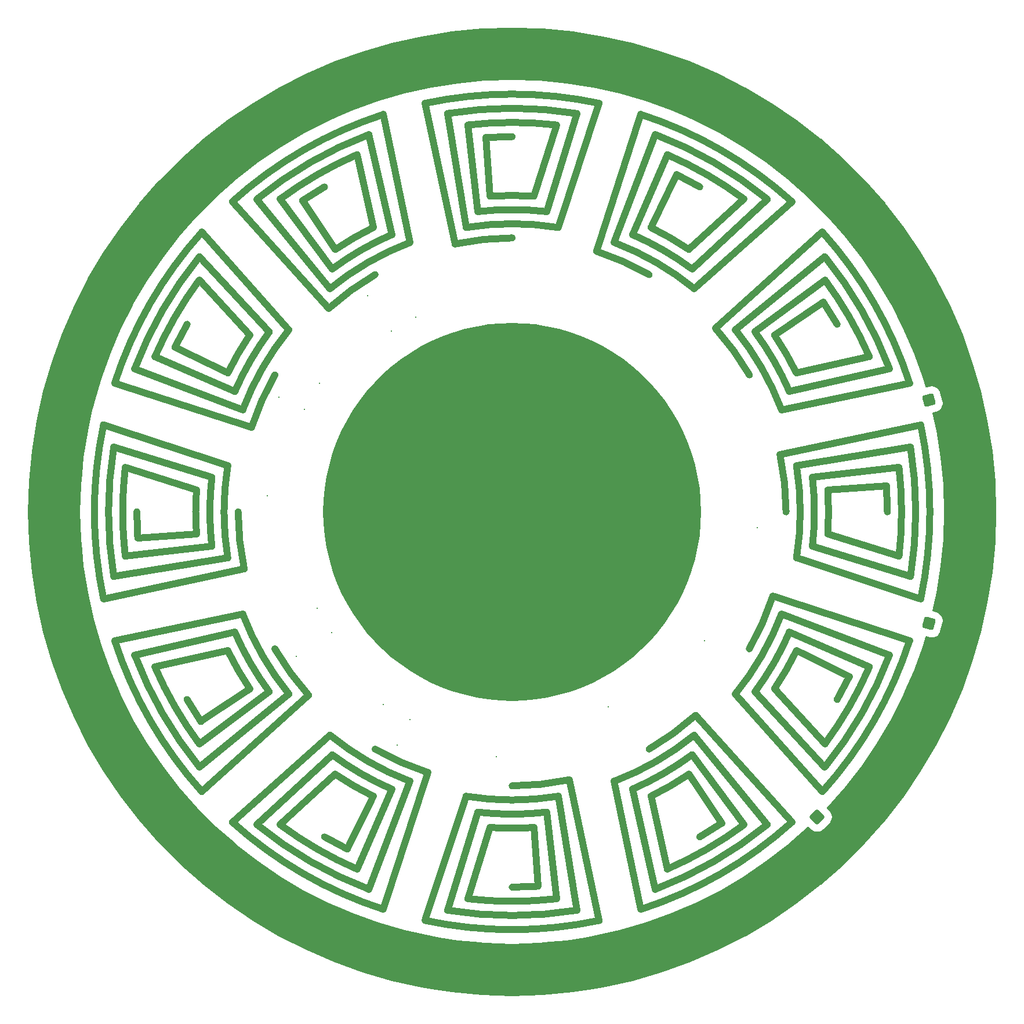
<source format=gbr>
%TF.GenerationSoftware,KiCad,Pcbnew,7.99.0-3356-g00904e8e23*%
%TF.CreationDate,2023-10-26T14:27:13+05:30*%
%TF.ProjectId,kimotor-project,6b696d6f-746f-4722-9d70-726f6a656374,rev?*%
%TF.SameCoordinates,Original*%
%TF.FileFunction,Copper,L2,Inr*%
%TF.FilePolarity,Positive*%
%FSLAX46Y46*%
G04 Gerber Fmt 4.6, Leading zero omitted, Abs format (unit mm)*
G04 Created by KiCad (PCBNEW 7.99.0-3356-g00904e8e23) date 2023-10-26 14:27:13*
%MOMM*%
%LPD*%
G01*
G04 APERTURE LIST*
G04 Aperture macros list*
%AMRoundRect*
0 Rectangle with rounded corners*
0 $1 Rounding radius*
0 $2 $3 $4 $5 $6 $7 $8 $9 X,Y pos of 4 corners*
0 Add a 4 corners polygon primitive as box body*
4,1,4,$2,$3,$4,$5,$6,$7,$8,$9,$2,$3,0*
0 Add four circle primitives for the rounded corners*
1,1,$1+$1,$2,$3*
1,1,$1+$1,$4,$5*
1,1,$1+$1,$6,$7*
1,1,$1+$1,$8,$9*
0 Add four rect primitives between the rounded corners*
20,1,$1+$1,$2,$3,$4,$5,0*
20,1,$1+$1,$4,$5,$6,$7,0*
20,1,$1+$1,$6,$7,$8,$9,0*
20,1,$1+$1,$8,$9,$2,$3,0*%
G04 Aperture macros list end*
%TA.AperFunction,ComponentPad*%
%ADD10RoundRect,0.250000X-0.734847X-0.424264X0.424264X-0.734847X0.734847X0.424264X-0.424264X0.734847X0*%
%TD*%
%TA.AperFunction,ComponentPad*%
%ADD11RoundRect,0.250000X-0.848528X0.000000X0.000000X-0.848528X0.848528X0.000000X0.000000X0.848528X0*%
%TD*%
%TA.AperFunction,ComponentPad*%
%ADD12RoundRect,0.250000X-0.424264X-0.734847X0.734847X-0.424264X0.424264X0.734847X-0.734847X0.424264X0*%
%TD*%
%TA.AperFunction,ViaPad*%
%ADD13C,0.250000*%
%TD*%
%TA.AperFunction,Conductor*%
%ADD14C,1.034000*%
%TD*%
G04 APERTURE END LIST*
D10*
%TO.N,coil*%
%TO.C,T2*%
X60853327Y-16305599D03*
%TD*%
D11*
%TO.N,coil*%
%TO.C,T3*%
X44547727Y-44547727D03*
%TD*%
%TO.N,coil*%
%TO.C,T3*%
X44547727Y-44547727D03*
%TD*%
D12*
%TO.N,coil*%
%TO.C,T1*%
X60853327Y16305599D03*
%TD*%
D10*
%TO.N,coil*%
%TO.C,T2*%
X60853327Y-16305599D03*
%TD*%
D12*
%TO.N,coil*%
%TO.C,T1*%
X60853327Y16305599D03*
%TD*%
D13*
%TO.N,coil*%
X27398000Y-47454728D03*
X-27398000Y47454728D03*
X0Y54796000D03*
X-47454728Y-27398000D03*
X-2345617Y-35787212D03*
X54796000Y0D03*
X-16776894Y-34020176D03*
X-34020176Y16776894D03*
X-14947588Y-30310711D03*
X-54796000Y0D03*
X35787212Y-2345617D03*
X-18776051Y-28100347D03*
X-54796000Y0D03*
X-14947588Y-30310711D03*
X-21073890Y31539305D03*
X-27398000Y47454728D03*
X-30310711Y14947588D03*
X-26380867Y-17627132D03*
X-30310711Y14947588D03*
X-21073890Y31539305D03*
X-47454728Y27397999D03*
X-27397999Y-47454728D03*
X0Y54796000D03*
X0Y-54796000D03*
X-14032935Y28455978D03*
X47454728Y27398000D03*
X-2345617Y-35787212D03*
X14032935Y-28455978D03*
X-35787212Y2345617D03*
X47454728Y27398000D03*
X-47454728Y27397999D03*
X-17627132Y26380867D03*
X-17627132Y26380867D03*
X-47454728Y-27398000D03*
X-28100347Y18776051D03*
X47454728Y-27397999D03*
X-18776051Y-28100347D03*
X-31539305Y-21073890D03*
X27397999Y47454728D03*
X-35787212Y2345617D03*
X-14032935Y28455978D03*
X28100347Y-18776051D03*
X-16776894Y-34020176D03*
X-47454728Y27397999D03*
X27397999Y47454728D03*
X54796000Y0D03*
X-47454728Y-27398000D03*
X47454728Y-27397999D03*
X-27398000Y47454728D03*
X-27397999Y-47454728D03*
X-28100347Y18776051D03*
X0Y-54796000D03*
X-28455978Y-14032935D03*
X47454728Y27398000D03*
X14032935Y-28455978D03*
X-34020176Y16776894D03*
X54796000Y0D03*
X28100347Y-18776051D03*
X-28455978Y-14032935D03*
X-27397999Y-47454728D03*
X0Y-54796000D03*
X-26380867Y-17627132D03*
X47454728Y-27397999D03*
X0Y54796000D03*
X35787212Y-2345617D03*
X-54796000Y0D03*
X27398000Y-47454728D03*
X27397999Y47454728D03*
X-31539305Y-21073890D03*
X27398000Y-47454728D03*
X34641016Y20000000D03*
X-40000000Y0D03*
X34641016Y-19999999D03*
X20000000Y-34641016D03*
X0Y-40000000D03*
X34641016Y-19999999D03*
X-20000000Y34641016D03*
X0Y40000000D03*
X20000000Y-34641016D03*
X-40000000Y0D03*
X-34641016Y19999999D03*
X-20000000Y34641016D03*
X-20000000Y34641016D03*
X40000000Y0D03*
X0Y-40000000D03*
X19999999Y34641016D03*
X-40000000Y0D03*
X19999999Y34641016D03*
X0Y-40000000D03*
X-34641016Y-20000000D03*
X-34641016Y-20000000D03*
X-19999999Y-34641016D03*
X-19999999Y-34641016D03*
X20000000Y-34641016D03*
X34641016Y20000000D03*
X-19999999Y-34641016D03*
X-34641016Y-20000000D03*
X40000000Y0D03*
X-34641016Y19999999D03*
X-34641016Y19999999D03*
X0Y40000000D03*
X0Y40000000D03*
X34641016Y20000000D03*
X19999999Y34641016D03*
X40000000Y0D03*
X34641016Y-19999999D03*
%TD*%
D14*
%TO.N,coil*%
X-58026439Y-18813088D02*
X-39331140Y-14925751D01*
X-38050124Y12336451D02*
X-58026439Y18813088D01*
X20277773Y41516521D02*
X24048585Y49236847D01*
X38319327Y25815475D02*
X45445109Y30616067D01*
X38319327Y25815475D02*
X45445109Y30616067D01*
X-29708742Y-26784148D02*
X-45305832Y-40845826D01*
X-45305832Y40845826D02*
X-32591649Y26598890D01*
X9441181Y58170823D02*
X5021738Y43849385D01*
X39331140Y-14925751D02*
X55098001Y-20909108D01*
X-6469914Y-56494731D02*
X-3197193Y-46093248D01*
X-46093248Y-3197193D02*
X-54664653Y-3791737D01*
X-32591649Y-26598890D02*
X-45656819Y-37261715D01*
X-45305832Y40845826D02*
X-32591649Y26598890D01*
X3197193Y-46093248D02*
X3791737Y-54664653D01*
X-45656819Y37261715D02*
X-35463812Y26273645D01*
X26598890Y-32591649D02*
X37261715Y-45656819D01*
X8341382Y-39120600D02*
X12720607Y-59658915D01*
X-17575739Y-40485551D02*
X-22644255Y-52160829D01*
X-12720607Y-59658915D02*
X-6739490Y-41524642D01*
X-14925751Y-39331140D02*
X-20909108Y-55098001D01*
X-41516521Y20277773D02*
X-49236847Y24048585D01*
X39120600Y8341382D02*
X59658915Y12720607D01*
X-9441181Y-58170823D02*
X-5021738Y-43849385D01*
X38050124Y-12336451D02*
X58026439Y-18813088D01*
X-6739490Y41524642D02*
X-9441181Y58170823D01*
X39120600Y8341382D02*
X59658915Y12720607D01*
X46093248Y3197193D02*
X54664653Y3791737D01*
X-18813088Y58026439D02*
X-14925751Y39331140D01*
X26784148Y-29708742D02*
X40845826Y-45305832D01*
X-56494731Y6469914D02*
X-46093248Y3197193D01*
X-5021738Y43849385D02*
X-6469914Y56494731D01*
X18813088Y-58026439D02*
X14925751Y-39331140D01*
X12336451Y38050124D02*
X18813088Y58026439D01*
X25815475Y-38319327D02*
X30616067Y-45445109D01*
X40485551Y-17575739D02*
X52160829Y-22644255D01*
X14925751Y39331140D02*
X20909108Y55098001D01*
X-45305832Y40845826D02*
X-32591649Y26598890D01*
X26273645Y-35463812D02*
X33850475Y-45690915D01*
X37261715Y45656819D02*
X26273645Y35463812D01*
X45305832Y-40845826D02*
X32591649Y-26598890D01*
X20277773Y41516521D02*
X24048585Y49236847D01*
X55098001Y20909108D02*
X40485551Y17575739D01*
X41516521Y-20277773D02*
X49236847Y-24048585D01*
X40845826Y45305832D02*
X26598890Y32591649D01*
X25815475Y-38319327D02*
X30616067Y-45445109D01*
X-38050124Y12336451D02*
X-58026439Y18813088D01*
X-58170823Y9441181D02*
X-43849385Y5021738D01*
X12720607Y59658915D02*
X6739490Y41524642D01*
X26273645Y-35463812D02*
X33850475Y-45690915D01*
X25815475Y-38319327D02*
X30616067Y-45445109D01*
X45305832Y-40845826D02*
X32591649Y-26598890D01*
X37261715Y45656819D02*
X26273645Y35463812D01*
X-33850475Y-45690915D02*
X-25815475Y-38319327D01*
X-5021738Y43849385D02*
X-6469914Y56494731D01*
X-17575739Y-40485551D02*
X-22644255Y-52160829D01*
X-41516521Y20277773D02*
X-49236847Y24048585D01*
X26598890Y-32591649D02*
X37261715Y-45656819D01*
X18813088Y-58026439D02*
X14925751Y-39331140D01*
X-45656819Y37261715D02*
X-35463812Y26273645D01*
X-22644255Y52160829D02*
X-20277773Y41516521D01*
X20277773Y41516521D02*
X24048585Y49236847D01*
X-45656819Y37261715D02*
X-35463812Y26273645D01*
X52160829Y22644255D02*
X41516521Y20277773D01*
X29708742Y26784148D02*
X45305832Y40845826D01*
X39331140Y-14925751D02*
X55098001Y-20909108D01*
X-18813088Y58026439D02*
X-14925751Y39331140D01*
X-52160829Y-22644255D02*
X-41516521Y-20277773D01*
X20909108Y-55098001D02*
X17575739Y-40485551D01*
X-22644255Y52160829D02*
X-20277773Y41516521D01*
X-39120600Y-8341382D02*
X-59658915Y-12720607D01*
X-9441181Y-58170823D02*
X-5021738Y-43849385D01*
X-33850475Y-45690915D02*
X-25815475Y-38319327D01*
X35463812Y26273645D02*
X45690915Y33850475D01*
X58170823Y-9441181D02*
X43849385Y-5021738D01*
X9441181Y58170823D02*
X5021738Y43849385D01*
X-46093248Y-3197193D02*
X-54664653Y-3791737D01*
X41524642Y6739490D02*
X58170823Y9441181D01*
X-41524642Y-6739490D02*
X-58170823Y-9441181D01*
X41524642Y6739490D02*
X58170823Y9441181D01*
X-38319327Y-25815475D02*
X-45445109Y-30616067D01*
X52160829Y22644255D02*
X41516521Y20277773D01*
X37261715Y45656819D02*
X26273645Y35463812D01*
X-20909108Y55098001D02*
X-17575739Y40485551D01*
X41516521Y-20277773D02*
X49236847Y-24048585D01*
X40485551Y-17575739D02*
X52160829Y-22644255D01*
X-26598890Y32591649D02*
X-37261715Y45656819D01*
X-45690915Y33850475D02*
X-38319327Y25815475D01*
X-32591649Y-26598890D02*
X-45656819Y-37261715D01*
X20909108Y-55098001D02*
X17575739Y-40485551D01*
X-43849385Y-5021738D02*
X-56494731Y-6469914D01*
X38050124Y-12336451D02*
X58026439Y-18813088D01*
X-25815475Y38319327D02*
X-30616067Y45445109D01*
X43849385Y5021738D02*
X56494731Y6469914D01*
X-40845826Y-45305832D02*
X-26598890Y-32591649D01*
X29708742Y26784148D02*
X45305832Y40845826D01*
X-26273645Y35463812D02*
X-33850475Y45690915D01*
X22644255Y-52160829D02*
X20277773Y-41516521D01*
X43849385Y5021738D02*
X56494731Y6469914D01*
X-40845826Y-45305832D02*
X-26598890Y-32591649D01*
X-35463812Y-26273645D02*
X-45690915Y-33850475D01*
X45656819Y-37261715D02*
X35463812Y-26273645D01*
X-45690915Y33850475D02*
X-38319327Y25815475D01*
X52160829Y22644255D02*
X41516521Y20277773D01*
X-14925751Y-39331140D02*
X-20909108Y-55098001D01*
X46093248Y3197193D02*
X54664653Y3791737D01*
X-6469914Y-56494731D02*
X-3197193Y-46093248D01*
X-40485551Y17575739D02*
X-52160829Y22644255D01*
X-3197193Y46093248D02*
X-3791737Y54664653D01*
X8341382Y-39120600D02*
X12720607Y-59658915D01*
X-39331140Y14925751D02*
X-55098001Y20909108D01*
X-12336451Y-38050124D02*
X-18813088Y-58026439D01*
X9441181Y58170823D02*
X5021738Y43849385D01*
X-12720607Y-59658915D02*
X-6739490Y-41524642D01*
X-26273645Y35463812D02*
X-33850475Y45690915D01*
X-59658915Y12720607D02*
X-41524642Y6739490D01*
X58170823Y-9441181D02*
X43849385Y-5021738D01*
X-25815475Y38319327D02*
X-30616067Y45445109D01*
X-39331140Y14925751D02*
X-55098001Y20909108D01*
X-12336451Y-38050124D02*
X-18813088Y-58026439D01*
X-52160829Y-22644255D02*
X-41516521Y-20277773D01*
X20909108Y-55098001D02*
X17575739Y-40485551D01*
X-20277773Y-41516521D02*
X-24048585Y-49236847D01*
X12336451Y38050124D02*
X18813088Y58026439D01*
X-59658915Y12720607D02*
X-41524642Y6739490D01*
X-38050124Y12336451D02*
X-58026439Y18813088D01*
X45690915Y-33850475D02*
X38319327Y-25815475D01*
X41516521Y-20277773D02*
X49236847Y-24048585D01*
X-37261715Y-45656819D02*
X-26273645Y-35463812D01*
X-26273645Y35463812D02*
X-33850475Y45690915D01*
X6739490Y-41524642D02*
X9441181Y-58170823D01*
X-55098001Y-20909108D02*
X-40485551Y-17575739D01*
X45690915Y-33850475D02*
X38319327Y-25815475D01*
X-6739490Y41524642D02*
X-9441181Y58170823D01*
X-26598890Y32591649D02*
X-37261715Y45656819D01*
X14925751Y39331140D02*
X20909108Y55098001D01*
X-46093248Y-3197193D02*
X-54664653Y-3791737D01*
X22644255Y-52160829D02*
X20277773Y-41516521D01*
X6469914Y56494731D02*
X3197193Y46093248D01*
X17575739Y40485551D02*
X22644255Y52160829D01*
X-58170823Y9441181D02*
X-43849385Y5021738D01*
X58170823Y-9441181D02*
X43849385Y-5021738D01*
X-37261715Y-45656819D02*
X-26273645Y-35463812D01*
X58026439Y18813088D02*
X39331140Y14925751D01*
X33850475Y45690915D02*
X25815475Y38319327D01*
X-3197193Y46093248D02*
X-3791737Y54664653D01*
X-35463812Y-26273645D02*
X-45690915Y-33850475D01*
X40845826Y45305832D02*
X26598890Y32591649D01*
X-14925751Y-39331140D02*
X-20909108Y-55098001D01*
X26598890Y-32591649D02*
X37261715Y-45656819D01*
X38050124Y-12336451D02*
X58026439Y-18813088D01*
X59658915Y-12720607D02*
X41524642Y-6739490D01*
X35463812Y26273645D02*
X45690915Y33850475D01*
X-40485551Y17575739D02*
X-52160829Y22644255D01*
X-26784148Y29708742D02*
X-40845826Y45305832D01*
X-20277773Y-41516521D02*
X-24048585Y-49236847D01*
X-38319327Y-25815475D02*
X-45445109Y-30616067D01*
X-39120600Y-8341382D02*
X-59658915Y-12720607D01*
X41524642Y6739490D02*
X58170823Y9441181D01*
X5021738Y-43849385D02*
X6469914Y-56494731D01*
X-26784148Y29708742D02*
X-40845826Y45305832D01*
X33850475Y45690915D02*
X25815475Y38319327D01*
X46093248Y3197193D02*
X54664653Y3791737D01*
X-3197193Y46093248D02*
X-3791737Y54664653D01*
X45656819Y-37261715D02*
X35463812Y-26273645D01*
X-35463812Y-26273645D02*
X-45690915Y-33850475D01*
X-43849385Y-5021738D02*
X-56494731Y-6469914D01*
X-32591649Y-26598890D02*
X-45656819Y-37261715D01*
X-8341382Y39120600D02*
X-12720607Y59658915D01*
X-5021738Y43849385D02*
X-6469914Y56494731D01*
X-39120600Y-8341382D02*
X-59658915Y-12720607D01*
X-26784148Y29708742D02*
X-40845826Y45305832D01*
X5021738Y-43849385D02*
X6469914Y-56494731D01*
X-12720607Y-59658915D02*
X-6739490Y-41524642D01*
X-59658915Y12720607D02*
X-41524642Y6739490D01*
X58026439Y18813088D02*
X39331140Y14925751D01*
X26784148Y-29708742D02*
X40845826Y-45305832D01*
X18813088Y-58026439D02*
X14925751Y-39331140D01*
X40845826Y45305832D02*
X26598890Y32591649D01*
X-6739490Y41524642D02*
X-9441181Y58170823D01*
X55098001Y20909108D02*
X40485551Y17575739D01*
X-20909108Y55098001D02*
X-17575739Y40485551D01*
X39120600Y8341382D02*
X59658915Y12720607D01*
X-39331140Y14925751D02*
X-55098001Y20909108D01*
X12720607Y59658915D02*
X6739490Y41524642D01*
X58026439Y18813088D02*
X39331140Y14925751D01*
X-41524642Y-6739490D02*
X-58170823Y-9441181D01*
X-40485551Y17575739D02*
X-52160829Y22644255D01*
X-55098001Y-20909108D02*
X-40485551Y-17575739D01*
X-41516521Y20277773D02*
X-49236847Y24048585D01*
X-43849385Y-5021738D02*
X-56494731Y-6469914D01*
X45656819Y-37261715D02*
X35463812Y-26273645D01*
X-8341382Y39120600D02*
X-12720607Y59658915D01*
X-29708742Y-26784148D02*
X-45305832Y-40845826D01*
X-58026439Y-18813088D02*
X-39331140Y-14925751D01*
X56494731Y-6469914D02*
X46093248Y-3197193D01*
X12720607Y59658915D02*
X6739490Y41524642D01*
X-37261715Y-45656819D02*
X-26273645Y-35463812D01*
X43849385Y5021738D02*
X56494731Y6469914D01*
X-52160829Y-22644255D02*
X-41516521Y-20277773D01*
X26784148Y-29708742D02*
X40845826Y-45305832D01*
X3197193Y-46093248D02*
X3791737Y-54664653D01*
X-45690915Y33850475D02*
X-38319327Y25815475D01*
X-55098001Y-20909108D02*
X-40485551Y-17575739D01*
X6469914Y56494731D02*
X3197193Y46093248D01*
X56494731Y-6469914D02*
X46093248Y-3197193D01*
X-56494731Y6469914D02*
X-46093248Y3197193D01*
X33850475Y45690915D02*
X25815475Y38319327D01*
X-29708742Y-26784148D02*
X-45305832Y-40845826D01*
X-20277773Y-41516521D02*
X-24048585Y-49236847D01*
X6739490Y-41524642D02*
X9441181Y-58170823D01*
X14925751Y39331140D02*
X20909108Y55098001D01*
X-22644255Y52160829D02*
X-20277773Y41516521D01*
X-38319327Y-25815475D02*
X-45445109Y-30616067D01*
X59658915Y-12720607D02*
X41524642Y-6739490D01*
X-20909108Y55098001D02*
X-17575739Y40485551D01*
X29708742Y26784148D02*
X45305832Y40845826D01*
X32591649Y26598890D02*
X45656819Y37261715D01*
X56494731Y-6469914D02*
X46093248Y-3197193D01*
X-26598890Y32591649D02*
X-37261715Y45656819D01*
X-56494731Y6469914D02*
X-46093248Y3197193D01*
X6739490Y-41524642D02*
X9441181Y-58170823D01*
X-12336451Y-38050124D02*
X-18813088Y-58026439D01*
X45305832Y-40845826D02*
X32591649Y-26598890D01*
X-25815475Y38319327D02*
X-30616067Y45445109D01*
X3197193Y-46093248D02*
X3791737Y-54664653D01*
X40485551Y-17575739D02*
X52160829Y-22644255D01*
X-41524642Y-6739490D02*
X-58170823Y-9441181D01*
X17575739Y40485551D02*
X22644255Y52160829D01*
X5021738Y-43849385D02*
X6469914Y-56494731D01*
X-40845826Y-45305832D02*
X-26598890Y-32591649D01*
X39331140Y-14925751D02*
X55098001Y-20909108D01*
X55098001Y20909108D02*
X40485551Y17575739D01*
X22644255Y-52160829D02*
X20277773Y-41516521D01*
X12336451Y38050124D02*
X18813088Y58026439D01*
X17575739Y40485551D02*
X22644255Y52160829D01*
X-17575739Y-40485551D02*
X-22644255Y-52160829D01*
X59658915Y-12720607D02*
X41524642Y-6739490D01*
X-33850475Y-45690915D02*
X-25815475Y-38319327D01*
X26273645Y-35463812D02*
X33850475Y-45690915D01*
X32591649Y26598890D02*
X45656819Y37261715D01*
X-18813088Y58026439D02*
X-14925751Y39331140D01*
X-6469914Y-56494731D02*
X-3197193Y-46093248D01*
X-9441181Y-58170823D02*
X-5021738Y-43849385D01*
X32591649Y26598890D02*
X45656819Y37261715D01*
X-58170823Y9441181D02*
X-43849385Y5021738D01*
X-58026439Y-18813088D02*
X-39331140Y-14925751D01*
X45690915Y-33850475D02*
X38319327Y-25815475D01*
X6469914Y56494731D02*
X3197193Y46093248D01*
X35463812Y26273645D02*
X45690915Y33850475D01*
X-8341382Y39120600D02*
X-12720607Y59658915D01*
X38319327Y25815475D02*
X45445109Y30616067D01*
X8341382Y-39120600D02*
X12720607Y-59658915D01*
X9441181Y-58170822D02*
G75*
G02*
X-9441181Y-58170822I-9441181J58170772D01*
G01*
X-34641015Y-20000000D02*
G75*
G03*
X-29708741Y-26784147I34640988J19999985D01*
G01*
X43849384Y-5021738D02*
G75*
G03*
X43849384Y5021738I-43849284J5021738D01*
G01*
X-5021738Y-43849384D02*
G75*
G03*
X5021738Y-43849384I5021738J43849247D01*
G01*
X-3197193Y-46093248D02*
G75*
G03*
X3197193Y-46093248I3197193J46092969D01*
G01*
X40485550Y17575739D02*
G75*
G03*
X35463812Y26273645I-40485450J-17575679D01*
G01*
X-6469914Y56494731D02*
G75*
G02*
X6469914Y56494731I6469914J-56494625D01*
G01*
X34641016Y-19999999D02*
G75*
G03*
X38050124Y-12336451I-34641021J20000002D01*
G01*
X-22644255Y-52160829D02*
G75*
G02*
X-33850475Y-45690915I22644245J52160811D01*
G01*
X-33850475Y45690915D02*
G75*
G02*
X-22644255Y52160829I33850426J-45690831D01*
G01*
X20000000Y-34641015D02*
G75*
G03*
X26784148Y-29708742I-20000000J34641015D01*
G01*
X-40000000Y0D02*
G75*
G03*
X-39120600Y-8341382I39999975J-3D01*
G01*
X-6739490Y-41524642D02*
G75*
G03*
X6739490Y-41524642I6739490J41524637D01*
G01*
X3197193Y46093248D02*
G75*
G03*
X-3197193Y46093248I-3197193J-46092969D01*
G01*
X24048585Y49236847D02*
G75*
G02*
X27397999Y47454728I-24048585J-49236847D01*
G01*
X45690914Y33850474D02*
G75*
G02*
X52160828Y22644254I-45690834J-33850424D01*
G01*
X30616067Y-45445109D02*
G75*
G02*
X27398000Y-47454728I-30615967J45444909D01*
G01*
X-6469914Y56494731D02*
G75*
G02*
X6469914Y56494731I6469914J-56494625D01*
G01*
X-45690915Y-33850475D02*
G75*
G02*
X-52160829Y-22644255I45690831J33850426D01*
G01*
X-59658915Y-12720607D02*
G75*
G02*
X-59658915Y12720607I59658908J12720607D01*
G01*
X-39331140Y-14925751D02*
G75*
G03*
X-32591649Y-26598890I39331139J14925754D01*
G01*
X45690914Y33850474D02*
G75*
G02*
X52160828Y22644254I-45690834J-33850424D01*
G01*
X59658914Y12720607D02*
G75*
G02*
X59658914Y-12720607I-59658914J-12720607D01*
G01*
X6469914Y-56494731D02*
G75*
G02*
X-6469914Y-56494731I-6469914J56494625D01*
G01*
X39331139Y14925751D02*
G75*
G03*
X32591649Y26598890I-39331139J-14925751D01*
G01*
X40845826Y-45305832D02*
G75*
G02*
X18813088Y-58026439I-40845826J45305832D01*
G01*
X-43849384Y5021738D02*
G75*
G03*
X-43849384Y-5021738I43849247J-5021738D01*
G01*
X-58026439Y18813088D02*
G75*
G02*
X-45305832Y40845826I58026439J-18813088D01*
G01*
X32591649Y-26598890D02*
G75*
G03*
X39331140Y-14925751I-32591682J26598913D01*
G01*
X22644255Y52160828D02*
G75*
G02*
X33850474Y45690914I-22644255J-52160828D01*
G01*
X-17575739Y40485550D02*
G75*
G03*
X-26273645Y35463811I17575683J-40485447D01*
G01*
X14925751Y-39331140D02*
G75*
G03*
X26598890Y-32591649I-14925754J39331139D01*
G01*
X56494730Y6469914D02*
G75*
G02*
X56494730Y-6469914I-56494630J-6469914D01*
G01*
X20909108Y55098001D02*
G75*
G02*
X37261715Y45656819I-20909108J-55098001D01*
G01*
X45445109Y30616067D02*
G75*
G02*
X47454728Y27398000I-45444909J-30615967D01*
G01*
X6469914Y-56494731D02*
G75*
G02*
X-6469914Y-56494731I-6469914J56494625D01*
G01*
X-37261715Y45656819D02*
G75*
G02*
X-20909108Y55098001I37261683J-45656765D01*
G01*
X-37261715Y45656819D02*
G75*
G02*
X-20909108Y55098001I37261683J-45656765D01*
G01*
X58026438Y-18813088D02*
G75*
G02*
X45305831Y-40845825I-58026450J18813095D01*
G01*
X-3791737Y54664652D02*
G75*
G02*
X0Y54795999I3791737J-54664552D01*
G01*
X-46093248Y3197193D02*
G75*
G03*
X-46093248Y-3197193I46092969J-3197193D01*
G01*
X35463811Y-26273645D02*
G75*
G03*
X40485550Y-17575738I-35463811J26273645D01*
G01*
X39331139Y14925751D02*
G75*
G03*
X32591649Y26598890I-39331139J-14925751D01*
G01*
X24048585Y49236847D02*
G75*
G02*
X27397999Y47454728I-24048585J-49236847D01*
G01*
X-56494731Y-6469914D02*
G75*
G02*
X-56494731Y6469914I56494625J6469914D01*
G01*
X45305832Y40845826D02*
G75*
G02*
X58026439Y18813088I-45305832J-40845826D01*
G01*
X40485550Y17575739D02*
G75*
G03*
X35463812Y26273645I-40485450J-17575679D01*
G01*
X-45445108Y-30616066D02*
G75*
G02*
X-47454727Y-27398000I45444903J30615957D01*
G01*
X-9441181Y58170822D02*
G75*
G02*
X9441181Y58170822I9441181J-58170772D01*
G01*
X0Y40000000D02*
G75*
G03*
X-8341382Y39120600I-3J-39999975D01*
G01*
X-55098001Y20909108D02*
G75*
G02*
X-45656819Y37261715I55097980J-20909096D01*
G01*
X34641015Y20000000D02*
G75*
G03*
X29708742Y26784148I-34641015J-20000000D01*
G01*
X45305832Y40845826D02*
G75*
G02*
X58026439Y18813088I-45305832J-40845826D01*
G01*
X20277773Y-41516520D02*
G75*
G03*
X25815475Y-38319326I-20277836J41516625D01*
G01*
X-45445108Y-30616066D02*
G75*
G02*
X-47454727Y-27398000I45444903J30615957D01*
G01*
X-41524642Y6739490D02*
G75*
G03*
X-41524642Y-6739490I41524637J-6739490D01*
G01*
X45690914Y33850474D02*
G75*
G02*
X52160828Y22644254I-45690834J-33850424D01*
G01*
X18813088Y58026438D02*
G75*
G02*
X40845825Y45305831I-18813095J-58026450D01*
G01*
X-22644255Y-52160829D02*
G75*
G02*
X-33850475Y-45690915I22644245J52160811D01*
G01*
X-40000000Y0D02*
G75*
G03*
X-39120600Y-8341382I39999975J-3D01*
G01*
X58170822Y9441181D02*
G75*
G02*
X58170822Y-9441181I-58170722J-9441181D01*
G01*
X-41524642Y6739490D02*
G75*
G03*
X-41524642Y-6739490I41524637J-6739490D01*
G01*
X40000000Y0D02*
G75*
G03*
X39120600Y8341382I-40000000J0D01*
G01*
X30616067Y-45445109D02*
G75*
G02*
X27398000Y-47454728I-30615967J45444909D01*
G01*
X-55098001Y20909108D02*
G75*
G02*
X-45656819Y37261715I55097980J-20909096D01*
G01*
X-5021738Y-43849384D02*
G75*
G03*
X5021738Y-43849384I5021738J43849247D01*
G01*
X6739490Y41524642D02*
G75*
G03*
X-6739490Y41524642I-6739490J-41524637D01*
G01*
X-40845826Y45305832D02*
G75*
G02*
X-18813088Y58026439I40845821J-45305824D01*
G01*
X-34641015Y-20000000D02*
G75*
G03*
X-29708741Y-26784147I34640988J19999985D01*
G01*
X-52160829Y22644255D02*
G75*
G02*
X-45690915Y33850475I52160811J-22644245D01*
G01*
X-46093248Y3197193D02*
G75*
G03*
X-46093248Y-3197193I46092969J-3197193D01*
G01*
X45445109Y30616067D02*
G75*
G02*
X47454728Y27398000I-45444909J-30615967D01*
G01*
X33850474Y-45690914D02*
G75*
G02*
X22644254Y-52160828I-33850424J45690834D01*
G01*
X12720607Y-59658915D02*
G75*
G02*
X-12720607Y-59658915I-12720607J59658908D01*
G01*
X37261715Y-45656819D02*
G75*
G02*
X20909108Y-55098000I-37261685J45656769D01*
G01*
X46093248Y-3197193D02*
G75*
G03*
X46093248Y3197193I-46092948J3197193D01*
G01*
X-49236846Y24048585D02*
G75*
G02*
X-47454727Y27397999I49236819J-24048568D01*
G01*
X34641015Y20000000D02*
G75*
G03*
X29708742Y26784148I-34641015J-20000000D01*
G01*
X-45305832Y-40845826D02*
G75*
G02*
X-58026439Y-18813088I45305824J40845821D01*
G01*
X19999999Y34641016D02*
G75*
G03*
X12336451Y38050124I-20000002J-34641021D01*
G01*
X-45445108Y-30616066D02*
G75*
G02*
X-47454727Y-27398000I45444903J30615957D01*
G01*
X-25815475Y-38319327D02*
G75*
G03*
X-20277774Y-41516524I25815675J38319627D01*
G01*
X5021738Y43849384D02*
G75*
G03*
X-5021738Y43849384I-5021738J-43849247D01*
G01*
X-43849384Y5021738D02*
G75*
G03*
X-43849384Y-5021738I43849247J-5021738D01*
G01*
X18813088Y58026438D02*
G75*
G02*
X40845825Y45305831I-18813095J-58026450D01*
G01*
X58026438Y-18813088D02*
G75*
G02*
X45305831Y-40845825I-58026450J18813095D01*
G01*
X-25815475Y-38319327D02*
G75*
G03*
X-20277774Y-41516524I25815675J38319627D01*
G01*
X40485550Y17575739D02*
G75*
G03*
X35463812Y26273645I-40485450J-17575679D01*
G01*
X26273645Y35463811D02*
G75*
G03*
X17575738Y40485550I-26273645J-35463811D01*
G01*
X45656819Y37261715D02*
G75*
G02*
X55098000Y20909108I-45656769J-37261685D01*
G01*
X33850474Y-45690914D02*
G75*
G02*
X22644254Y-52160828I-33850424J45690834D01*
G01*
X32591649Y-26598890D02*
G75*
G03*
X39331140Y-14925751I-32591682J26598913D01*
G01*
X-14925751Y39331139D02*
G75*
G03*
X-26598890Y32591649I14925751J-39331139D01*
G01*
X5021738Y43849384D02*
G75*
G03*
X-5021738Y43849384I-5021738J-43849247D01*
G01*
X-25815475Y-38319327D02*
G75*
G03*
X-20277774Y-41516524I25815675J38319627D01*
G01*
X20000000Y-34641015D02*
G75*
G03*
X26784148Y-29708742I-20000000J34641015D01*
G01*
X45656819Y37261715D02*
G75*
G02*
X55098000Y20909108I-45656769J-37261685D01*
G01*
X-45656819Y-37261715D02*
G75*
G02*
X-55098001Y-20909108I45656765J37261683D01*
G01*
X35463811Y-26273645D02*
G75*
G03*
X40485550Y-17575738I-35463811J26273645D01*
G01*
X-3197193Y-46093248D02*
G75*
G03*
X3197193Y-46093248I3197193J46092969D01*
G01*
X-20277773Y41516521D02*
G75*
G03*
X-25815472Y38319323I20277873J-41516621D01*
G01*
X37261715Y-45656819D02*
G75*
G02*
X20909108Y-55098000I-37261685J45656769D01*
G01*
X-40485550Y-17575739D02*
G75*
G03*
X-35463811Y-26273645I40485447J17575683D01*
G01*
X39331139Y14925751D02*
G75*
G03*
X32591649Y26598890I-39331139J-14925751D01*
G01*
X49236847Y-24048585D02*
G75*
G02*
X47454728Y-27397999I-49236847J24048585D01*
G01*
X-26273645Y-35463811D02*
G75*
G03*
X-17575739Y-40485550I26273628J35463775D01*
G01*
X41524641Y-6739490D02*
G75*
G03*
X41524641Y6739490I-41524641J6739490D01*
G01*
X-41516521Y-20277773D02*
G75*
G03*
X-38319323Y-25815472I41516621J20277873D01*
G01*
X26273645Y35463811D02*
G75*
G03*
X17575738Y40485550I-26273645J-35463811D01*
G01*
X-49236846Y24048585D02*
G75*
G02*
X-47454727Y27397999I49236819J-24048568D01*
G01*
X41516520Y20277773D02*
G75*
G03*
X38319326Y25815475I-41516625J-20277836D01*
G01*
X-20000000Y34641015D02*
G75*
G03*
X-26784147Y29708741I19999985J-34640988D01*
G01*
X12720607Y-59658915D02*
G75*
G02*
X-12720607Y-59658915I-12720607J59658908D01*
G01*
X-40485550Y-17575739D02*
G75*
G03*
X-35463811Y-26273645I40485447J17575683D01*
G01*
X24048585Y49236847D02*
G75*
G02*
X27397999Y47454728I-24048585J-49236847D01*
G01*
X-3791737Y54664652D02*
G75*
G02*
X0Y54795999I3791737J-54664552D01*
G01*
X54664652Y3791737D02*
G75*
G02*
X54795999Y0I-54664552J-3791737D01*
G01*
X-40000000Y0D02*
G75*
G03*
X-39120600Y-8341382I39999975J-3D01*
G01*
X-19999999Y-34641016D02*
G75*
G03*
X-12336451Y-38050124I19999999J34641016D01*
G01*
X0Y40000000D02*
G75*
G03*
X-8341382Y39120600I-3J-39999975D01*
G01*
X25815475Y38319327D02*
G75*
G03*
X20277773Y41516521I-25815642J-38319612D01*
G01*
X-35463811Y26273645D02*
G75*
G03*
X-40485550Y17575739I35463775J-26273628D01*
G01*
X19999999Y34641016D02*
G75*
G03*
X12336451Y38050124I-20000002J-34641021D01*
G01*
X59658914Y12720607D02*
G75*
G02*
X59658914Y-12720607I-59658914J-12720607D01*
G01*
X-45305832Y-40845826D02*
G75*
G02*
X-58026439Y-18813088I45305824J40845821D01*
G01*
X-43849384Y5021738D02*
G75*
G03*
X-43849384Y-5021738I43849247J-5021738D01*
G01*
X52160828Y-22644255D02*
G75*
G02*
X45690914Y-33850474I-52160828J22644255D01*
G01*
X-20909108Y-55098001D02*
G75*
G02*
X-37261715Y-45656819I20909096J55097980D01*
G01*
X49236847Y-24048585D02*
G75*
G02*
X47454728Y-27397999I-49236847J24048585D01*
G01*
X-45656819Y-37261715D02*
G75*
G02*
X-55098001Y-20909108I45656765J37261683D01*
G01*
X-45305832Y-40845826D02*
G75*
G02*
X-58026439Y-18813088I45305824J40845821D01*
G01*
X43849384Y-5021738D02*
G75*
G03*
X43849384Y5021738I-43849284J5021738D01*
G01*
X34641016Y-19999999D02*
G75*
G03*
X38050124Y-12336451I-34641021J20000002D01*
G01*
X-45690915Y-33850475D02*
G75*
G02*
X-52160829Y-22644255I45690831J33850426D01*
G01*
X26598890Y32591649D02*
G75*
G03*
X14925751Y39331140I-26598913J-32591682D01*
G01*
X-34641016Y19999999D02*
G75*
G03*
X-38050124Y12336451I34641016J-19999999D01*
G01*
X-24048585Y-49236846D02*
G75*
G02*
X-27397999Y-47454727I24048568J49236819D01*
G01*
X-26273645Y-35463811D02*
G75*
G03*
X-17575739Y-40485550I26273628J35463775D01*
G01*
X40000000Y0D02*
G75*
G03*
X39120600Y8341382I-40000000J0D01*
G01*
X-19999999Y-34641016D02*
G75*
G03*
X-12336451Y-38050124I19999999J34641016D01*
G01*
X41524641Y-6739490D02*
G75*
G03*
X41524641Y6739490I-41524641J6739490D01*
G01*
X-38319327Y25815475D02*
G75*
G03*
X-41516524Y20277774I38319627J-25815675D01*
G01*
X-46093248Y3197193D02*
G75*
G03*
X-46093248Y-3197193I46092969J-3197193D01*
G01*
X3197193Y46093248D02*
G75*
G03*
X-3197193Y46093248I-3197193J-46092969D01*
G01*
X-34641016Y19999999D02*
G75*
G03*
X-38050124Y12336451I34641016J-19999999D01*
G01*
X20909108Y55098001D02*
G75*
G02*
X37261715Y45656819I-20909108J-55098001D01*
G01*
X45445109Y30616067D02*
G75*
G02*
X47454728Y27398000I-45444909J-30615967D01*
G01*
X45305832Y40845826D02*
G75*
G02*
X58026439Y18813088I-45305832J-40845826D01*
G01*
X-32591648Y26598889D02*
G75*
G03*
X-39331139Y14925751I32591678J-26598909D01*
G01*
X-14925751Y39331139D02*
G75*
G03*
X-26598890Y32591649I14925751J-39331139D01*
G01*
X-20000000Y34641015D02*
G75*
G03*
X-26784147Y29708741I19999985J-34640988D01*
G01*
X18813088Y58026438D02*
G75*
G02*
X40845825Y45305831I-18813095J-58026450D01*
G01*
X41516520Y20277773D02*
G75*
G03*
X38319326Y25815475I-41516625J-20277836D01*
G01*
X0Y-40000000D02*
G75*
G03*
X8341382Y-39120600I3J39999975D01*
G01*
X-20277773Y41516521D02*
G75*
G03*
X-25815472Y38319323I20277873J-41516621D01*
G01*
X20909108Y55098001D02*
G75*
G02*
X37261715Y45656819I-20909108J-55098001D01*
G01*
X-35463811Y26273645D02*
G75*
G03*
X-40485550Y17575739I35463775J-26273628D01*
G01*
X32591649Y-26598890D02*
G75*
G03*
X39331140Y-14925751I-32591682J26598913D01*
G01*
X3791737Y-54664652D02*
G75*
G02*
X0Y-54795999I-3791740J54664525D01*
G01*
X-41524642Y6739490D02*
G75*
G03*
X-41524642Y-6739490I41524637J-6739490D01*
G01*
X22644255Y52160828D02*
G75*
G02*
X33850474Y45690914I-22644255J-52160828D01*
G01*
X-26598889Y-32591648D02*
G75*
G03*
X-14925751Y-39331139I26598909J32591678D01*
G01*
X20277773Y-41516520D02*
G75*
G03*
X25815475Y-38319326I-20277836J41516625D01*
G01*
X-39331140Y-14925751D02*
G75*
G03*
X-32591649Y-26598890I39331139J14925754D01*
G01*
X52160828Y-22644255D02*
G75*
G02*
X45690914Y-33850474I-52160828J22644255D01*
G01*
X-34641015Y-20000000D02*
G75*
G03*
X-29708741Y-26784147I34640988J19999985D01*
G01*
X49236847Y-24048585D02*
G75*
G02*
X47454728Y-27397999I-49236847J24048585D01*
G01*
X14925751Y-39331140D02*
G75*
G03*
X26598890Y-32591649I-14925754J39331139D01*
G01*
X26598890Y32591649D02*
G75*
G03*
X14925751Y39331140I-26598913J-32591682D01*
G01*
X-20909108Y-55098001D02*
G75*
G02*
X-37261715Y-45656819I20909096J55097980D01*
G01*
X-59658915Y-12720607D02*
G75*
G02*
X-59658915Y12720607I59658908J12720607D01*
G01*
X-56494731Y-6469914D02*
G75*
G02*
X-56494731Y6469914I56494625J6469914D01*
G01*
X33850474Y-45690914D02*
G75*
G02*
X22644254Y-52160828I-33850424J45690834D01*
G01*
X-32591648Y26598889D02*
G75*
G03*
X-39331139Y14925751I32591678J-26598909D01*
G01*
X-45690915Y-33850475D02*
G75*
G02*
X-52160829Y-22644255I45690831J33850426D01*
G01*
X-38319327Y25815475D02*
G75*
G03*
X-41516524Y20277774I38319627J-25815675D01*
G01*
X-58026439Y18813088D02*
G75*
G02*
X-45305832Y40845826I58026439J-18813088D01*
G01*
X-58026439Y18813088D02*
G75*
G02*
X-45305832Y40845826I58026439J-18813088D01*
G01*
X25815475Y38319327D02*
G75*
G03*
X20277773Y41516521I-25815642J-38319612D01*
G01*
X3791737Y-54664652D02*
G75*
G02*
X0Y-54795999I-3791740J54664525D01*
G01*
X9441181Y-58170822D02*
G75*
G02*
X-9441181Y-58170822I-9441181J58170772D01*
G01*
X35463811Y-26273645D02*
G75*
G03*
X40485550Y-17575738I-35463811J26273645D01*
G01*
X-9441181Y58170822D02*
G75*
G02*
X9441181Y58170822I9441181J-58170772D01*
G01*
X-39331140Y-14925751D02*
G75*
G03*
X-32591649Y-26598890I39331139J14925754D01*
G01*
X-18813088Y-58026439D02*
G75*
G02*
X-40845826Y-45305832I18813088J58026439D01*
G01*
X54664652Y3791737D02*
G75*
G02*
X54795999Y0I-54664552J-3791737D01*
G01*
X46093248Y-3197193D02*
G75*
G03*
X46093248Y3197193I-46092948J3197193D01*
G01*
X0Y-40000000D02*
G75*
G03*
X8341382Y-39120600I3J39999975D01*
G01*
X-3197193Y-46093248D02*
G75*
G03*
X3197193Y-46093248I3197193J46092969D01*
G01*
X-26598889Y-32591648D02*
G75*
G03*
X-14925751Y-39331139I26598909J32591678D01*
G01*
X-12720607Y59658915D02*
G75*
G02*
X12720607Y59658915I12720607J-59658908D01*
G01*
X-58170822Y-9441181D02*
G75*
G02*
X-58170822Y9441181I58170772J9441181D01*
G01*
X41516520Y20277773D02*
G75*
G03*
X38319326Y25815475I-41516625J-20277836D01*
G01*
X26598890Y32591649D02*
G75*
G03*
X14925751Y39331140I-26598913J-32591682D01*
G01*
X-12720607Y59658915D02*
G75*
G02*
X12720607Y59658915I12720607J-59658908D01*
G01*
X-6469914Y56494731D02*
G75*
G02*
X6469914Y56494731I6469914J-56494625D01*
G01*
X56494730Y6469914D02*
G75*
G02*
X56494730Y-6469914I-56494630J-6469914D01*
G01*
X-54664652Y-3791737D02*
G75*
G02*
X-54795999Y0I54664525J3791740D01*
G01*
X34641016Y-19999999D02*
G75*
G03*
X38050124Y-12336451I-34641021J20000002D01*
G01*
X-26598889Y-32591648D02*
G75*
G03*
X-14925751Y-39331139I26598909J32591678D01*
G01*
X-40485550Y-17575739D02*
G75*
G03*
X-35463811Y-26273645I40485447J17575683D01*
G01*
X-41516521Y-20277773D02*
G75*
G03*
X-38319323Y-25815472I41516621J20277873D01*
G01*
X3197193Y46093248D02*
G75*
G03*
X-3197193Y46093248I-3197193J-46092969D01*
G01*
X-33850475Y45690915D02*
G75*
G02*
X-22644255Y52160829I33850426J-45690831D01*
G01*
X-20909108Y-55098001D02*
G75*
G02*
X-37261715Y-45656819I20909096J55097980D01*
G01*
X-55098001Y20909108D02*
G75*
G02*
X-45656819Y37261715I55097980J-20909096D01*
G01*
X-17575739Y40485550D02*
G75*
G03*
X-26273645Y35463811I17575683J-40485447D01*
G01*
X52160828Y-22644255D02*
G75*
G02*
X45690914Y-33850474I-52160828J22644255D01*
G01*
X0Y-40000000D02*
G75*
G03*
X8341382Y-39120600I3J39999975D01*
G01*
X25815475Y38319327D02*
G75*
G03*
X20277773Y41516521I-25815642J-38319612D01*
G01*
X17575739Y-40485550D02*
G75*
G03*
X26273645Y-35463812I-17575679J40485450D01*
G01*
X3791737Y-54664652D02*
G75*
G02*
X0Y-54795999I-3791740J54664525D01*
G01*
X-20277773Y41516521D02*
G75*
G03*
X-25815472Y38319323I20277873J-41516621D01*
G01*
X-3791737Y54664652D02*
G75*
G02*
X0Y54795999I3791737J-54664552D01*
G01*
X-58170822Y-9441181D02*
G75*
G02*
X-58170822Y9441181I58170772J9441181D01*
G01*
X-37261715Y45656819D02*
G75*
G02*
X-20909108Y55098001I37261683J-45656765D01*
G01*
X37261715Y-45656819D02*
G75*
G02*
X20909108Y-55098000I-37261685J45656769D01*
G01*
X-17575739Y40485550D02*
G75*
G03*
X-26273645Y35463811I17575683J-40485447D01*
G01*
X-49236846Y24048585D02*
G75*
G02*
X-47454727Y27397999I49236819J-24048568D01*
G01*
X-18813088Y-58026439D02*
G75*
G02*
X-40845826Y-45305832I18813088J58026439D01*
G01*
X-54664652Y-3791737D02*
G75*
G02*
X-54795999Y0I54664525J3791740D01*
G01*
X-41516521Y-20277773D02*
G75*
G03*
X-38319323Y-25815472I41516621J20277873D01*
G01*
X-24048585Y-49236846D02*
G75*
G02*
X-27397999Y-47454727I24048568J49236819D01*
G01*
X58170822Y9441181D02*
G75*
G02*
X58170822Y-9441181I-58170722J-9441181D01*
G01*
X-30616066Y45445108D02*
G75*
G02*
X-27398000Y47454727I30615957J-45444903D01*
G01*
X-32591648Y26598889D02*
G75*
G03*
X-39331139Y14925751I32591678J-26598909D01*
G01*
X54664652Y3791737D02*
G75*
G02*
X54795999Y0I-54664552J-3791737D01*
G01*
X-19999999Y-34641016D02*
G75*
G03*
X-12336451Y-38050124I19999999J34641016D01*
G01*
X40845826Y-45305832D02*
G75*
G02*
X18813088Y-58026439I-40845826J45305832D01*
G01*
X14925751Y-39331140D02*
G75*
G03*
X26598890Y-32591649I-14925754J39331139D01*
G01*
X43849384Y-5021738D02*
G75*
G03*
X43849384Y5021738I-43849284J5021738D01*
G01*
X-9441181Y58170822D02*
G75*
G02*
X9441181Y58170822I9441181J-58170772D01*
G01*
X5021738Y43849384D02*
G75*
G03*
X-5021738Y43849384I-5021738J-43849247D01*
G01*
X-5021738Y-43849384D02*
G75*
G03*
X5021738Y-43849384I5021738J43849247D01*
G01*
X-18813088Y-58026439D02*
G75*
G02*
X-40845826Y-45305832I18813088J58026439D01*
G01*
X38319327Y-25815475D02*
G75*
G03*
X41516521Y-20277773I-38319612J25815642D01*
G01*
X-30616066Y45445108D02*
G75*
G02*
X-27398000Y47454727I30615957J-45444903D01*
G01*
X9441181Y-58170822D02*
G75*
G02*
X-9441181Y-58170822I-9441181J58170772D01*
G01*
X58170822Y9441181D02*
G75*
G02*
X58170822Y-9441181I-58170722J-9441181D01*
G01*
X58026438Y-18813088D02*
G75*
G02*
X45305831Y-40845825I-58026450J18813095D01*
G01*
X56494730Y6469914D02*
G75*
G02*
X56494730Y-6469914I-56494630J-6469914D01*
G01*
X6739490Y41524642D02*
G75*
G03*
X-6739490Y41524642I-6739490J-41524637D01*
G01*
X46093248Y-3197193D02*
G75*
G03*
X46093248Y3197193I-46092948J3197193D01*
G01*
X-40845826Y45305832D02*
G75*
G02*
X-18813088Y58026439I40845821J-45305824D01*
G01*
X-6739490Y-41524642D02*
G75*
G03*
X6739490Y-41524642I6739490J41524637D01*
G01*
X-52160829Y22644255D02*
G75*
G02*
X-45690915Y33850475I52160811J-22644245D01*
G01*
X-24048585Y-49236846D02*
G75*
G02*
X-27397999Y-47454727I24048568J49236819D01*
G01*
X6739490Y41524642D02*
G75*
G03*
X-6739490Y41524642I-6739490J-41524637D01*
G01*
X41524641Y-6739490D02*
G75*
G03*
X41524641Y6739490I-41524641J6739490D01*
G01*
X-58170822Y-9441181D02*
G75*
G02*
X-58170822Y9441181I58170772J9441181D01*
G01*
X17575739Y-40485550D02*
G75*
G03*
X26273645Y-35463812I-17575679J40485450D01*
G01*
X-45656819Y-37261715D02*
G75*
G02*
X-55098001Y-20909108I45656765J37261683D01*
G01*
X-33850475Y45690915D02*
G75*
G02*
X-22644255Y52160829I33850426J-45690831D01*
G01*
X-6739490Y-41524642D02*
G75*
G03*
X6739490Y-41524642I6739490J41524637D01*
G01*
X20277773Y-41516520D02*
G75*
G03*
X25815475Y-38319326I-20277836J41516625D01*
G01*
X38319327Y-25815475D02*
G75*
G03*
X41516521Y-20277773I-38319612J25815642D01*
G01*
X55098001Y-20909108D02*
G75*
G02*
X45656819Y-37261715I-55098001J20909108D01*
G01*
X-26273645Y-35463811D02*
G75*
G03*
X-17575739Y-40485550I26273628J35463775D01*
G01*
X-14925751Y39331139D02*
G75*
G03*
X-26598890Y32591649I14925751J-39331139D01*
G01*
X-22644255Y-52160829D02*
G75*
G02*
X-33850475Y-45690915I22644245J52160811D01*
G01*
X22644255Y52160828D02*
G75*
G02*
X33850474Y45690914I-22644255J-52160828D01*
G01*
X20000000Y-34641015D02*
G75*
G03*
X26784148Y-29708742I-20000000J34641015D01*
G01*
X40845826Y-45305832D02*
G75*
G02*
X18813088Y-58026439I-40845826J45305832D01*
G01*
X-38319327Y25815475D02*
G75*
G03*
X-41516524Y20277774I38319627J-25815675D01*
G01*
X38319327Y-25815475D02*
G75*
G03*
X41516521Y-20277773I-38319612J25815642D01*
G01*
X55098001Y-20909108D02*
G75*
G02*
X45656819Y-37261715I-55098001J20909108D01*
G01*
X-54664652Y-3791737D02*
G75*
G02*
X-54795999Y0I54664525J3791740D01*
G01*
X6469914Y-56494731D02*
G75*
G02*
X-6469914Y-56494731I-6469914J56494625D01*
G01*
X-40845826Y45305832D02*
G75*
G02*
X-18813088Y58026439I40845821J-45305824D01*
G01*
X17575739Y-40485550D02*
G75*
G03*
X26273645Y-35463812I-17575679J40485450D01*
G01*
X30616067Y-45445109D02*
G75*
G02*
X27398000Y-47454728I-30615967J45444909D01*
G01*
X-20000000Y34641015D02*
G75*
G03*
X-26784147Y29708741I19999985J-34640988D01*
G01*
X45656819Y37261715D02*
G75*
G02*
X55098000Y20909108I-45656769J-37261685D01*
G01*
X34641015Y20000000D02*
G75*
G03*
X29708742Y26784148I-34641015J-20000000D01*
G01*
X-56494731Y-6469914D02*
G75*
G02*
X-56494731Y6469914I56494625J6469914D01*
G01*
X-12720607Y59658915D02*
G75*
G02*
X12720607Y59658915I12720607J-59658908D01*
G01*
X19999999Y34641016D02*
G75*
G03*
X12336451Y38050124I-20000002J-34641021D01*
G01*
X12720607Y-59658915D02*
G75*
G02*
X-12720607Y-59658915I-12720607J59658908D01*
G01*
X-34641016Y19999999D02*
G75*
G03*
X-38050124Y12336451I34641016J-19999999D01*
G01*
X0Y40000000D02*
G75*
G03*
X-8341382Y39120600I-3J-39999975D01*
G01*
X59658914Y12720607D02*
G75*
G02*
X59658914Y-12720607I-59658914J-12720607D01*
G01*
X55098001Y-20909108D02*
G75*
G02*
X45656819Y-37261715I-55098001J20909108D01*
G01*
X-52160829Y22644255D02*
G75*
G02*
X-45690915Y33850475I52160811J-22644245D01*
G01*
X-35463811Y26273645D02*
G75*
G03*
X-40485550Y17575739I35463775J-26273628D01*
G01*
X40000000Y0D02*
G75*
G03*
X39120600Y8341382I-40000000J0D01*
G01*
X-59658915Y-12720607D02*
G75*
G02*
X-59658915Y12720607I59658908J12720607D01*
G01*
X26273645Y35463811D02*
G75*
G03*
X17575738Y40485550I-26273645J-35463811D01*
G01*
X-30616066Y45445108D02*
G75*
G02*
X-27398000Y47454727I30615957J-45444903D01*
G01*
%TD*%
%TA.AperFunction,Conductor*%
%TO.N,gnd*%
G36*
X1730566Y27537614D02*
G01*
X1734454Y27537369D01*
X3456263Y27374609D01*
X3460128Y27374121D01*
X4571289Y27198131D01*
X5168300Y27103573D01*
X5172116Y27102846D01*
X6859960Y26725568D01*
X6863733Y26724599D01*
X8524519Y26242096D01*
X8528224Y26240892D01*
X10155453Y25655053D01*
X10159076Y25653619D01*
X11746313Y24966761D01*
X11749838Y24965102D01*
X13290814Y24179934D01*
X13294228Y24178058D01*
X14782856Y23297686D01*
X14786145Y23295599D01*
X16216561Y22323488D01*
X16219713Y22321198D01*
X17586251Y21261203D01*
X17589252Y21258720D01*
X18886569Y20114983D01*
X18889409Y20112316D01*
X20112316Y18889409D01*
X20114983Y18886569D01*
X21258720Y17589252D01*
X21261203Y17586251D01*
X22321198Y16219713D01*
X22323488Y16216561D01*
X23295599Y14786145D01*
X23297686Y14782856D01*
X24178058Y13294228D01*
X24179934Y13290814D01*
X24965102Y11749838D01*
X24966761Y11746313D01*
X25653619Y10159076D01*
X25655053Y10155453D01*
X26240892Y8528224D01*
X26242096Y8524519D01*
X26724599Y6863733D01*
X26725568Y6859960D01*
X27102846Y5172116D01*
X27103576Y5168289D01*
X27374121Y3460128D01*
X27374609Y3456263D01*
X27537369Y1734454D01*
X27537614Y1730566D01*
X27591938Y1948D01*
X27591938Y-1948D01*
X27537614Y-1730566D01*
X27537369Y-1734454D01*
X27374609Y-3456263D01*
X27374121Y-3460128D01*
X27103576Y-5168289D01*
X27102846Y-5172116D01*
X26725568Y-6859960D01*
X26724599Y-6863733D01*
X26242096Y-8524519D01*
X26240892Y-8528224D01*
X25655053Y-10155453D01*
X25653619Y-10159076D01*
X24966761Y-11746313D01*
X24965102Y-11749838D01*
X24179934Y-13290814D01*
X24178058Y-13294228D01*
X23297686Y-14782856D01*
X23295599Y-14786145D01*
X22323488Y-16216561D01*
X22321198Y-16219713D01*
X21261203Y-17586251D01*
X21258720Y-17589252D01*
X20114983Y-18886569D01*
X20112316Y-18889409D01*
X18889409Y-20112316D01*
X18886569Y-20114983D01*
X17589252Y-21258720D01*
X17586251Y-21261203D01*
X16219713Y-22321198D01*
X16216561Y-22323488D01*
X14786145Y-23295599D01*
X14782856Y-23297686D01*
X13294228Y-24178058D01*
X13290814Y-24179934D01*
X11749838Y-24965102D01*
X11746313Y-24966761D01*
X10159076Y-25653619D01*
X10155453Y-25655053D01*
X8528224Y-26240892D01*
X8524519Y-26242096D01*
X6863733Y-26724599D01*
X6859960Y-26725568D01*
X5172116Y-27102846D01*
X5168300Y-27103573D01*
X4571289Y-27198131D01*
X3460128Y-27374121D01*
X3456263Y-27374609D01*
X1734454Y-27537369D01*
X1730566Y-27537614D01*
X1948Y-27591938D01*
X-1948Y-27591938D01*
X-1730566Y-27537614D01*
X-1734454Y-27537369D01*
X-3456263Y-27374609D01*
X-3460128Y-27374121D01*
X-4571289Y-27198131D01*
X-5168300Y-27103573D01*
X-5172116Y-27102846D01*
X-6859960Y-26725568D01*
X-6863733Y-26724599D01*
X-8524519Y-26242096D01*
X-8528224Y-26240892D01*
X-10155453Y-25655053D01*
X-10159076Y-25653619D01*
X-11746313Y-24966761D01*
X-11749838Y-24965102D01*
X-13290814Y-24179934D01*
X-13294228Y-24178058D01*
X-14782856Y-23297686D01*
X-14786145Y-23295599D01*
X-16216561Y-22323488D01*
X-16219713Y-22321198D01*
X-17586251Y-21261203D01*
X-17589252Y-21258720D01*
X-18886569Y-20114983D01*
X-18889409Y-20112316D01*
X-20112316Y-18889409D01*
X-20114983Y-18886569D01*
X-21258720Y-17589252D01*
X-21261203Y-17586251D01*
X-22321198Y-16219713D01*
X-22323488Y-16216561D01*
X-23295599Y-14786145D01*
X-23297686Y-14782856D01*
X-24178058Y-13294228D01*
X-24179934Y-13290814D01*
X-24965102Y-11749838D01*
X-24966761Y-11746313D01*
X-25653619Y-10159076D01*
X-25655053Y-10155453D01*
X-26240892Y-8528224D01*
X-26242096Y-8524519D01*
X-26724599Y-6863733D01*
X-26725568Y-6859960D01*
X-27102846Y-5172116D01*
X-27103576Y-5168289D01*
X-27374121Y-3460128D01*
X-27374609Y-3456263D01*
X-27537369Y-1734454D01*
X-27537614Y-1730566D01*
X-27591938Y-1948D01*
X-27591938Y1948D01*
X-27537614Y1730566D01*
X-27537369Y1734454D01*
X-27374609Y3456263D01*
X-27374121Y3460128D01*
X-27103576Y5168289D01*
X-27102846Y5172116D01*
X-26725568Y6859960D01*
X-26724599Y6863733D01*
X-26242096Y8524519D01*
X-26240892Y8528224D01*
X-25655053Y10155453D01*
X-25653619Y10159076D01*
X-24966761Y11746313D01*
X-24965102Y11749838D01*
X-24179934Y13290814D01*
X-24178058Y13294228D01*
X-23297686Y14782856D01*
X-23295599Y14786145D01*
X-22323488Y16216561D01*
X-22321198Y16219713D01*
X-21261203Y17586251D01*
X-21258720Y17589252D01*
X-20114983Y18886569D01*
X-20112316Y18889409D01*
X-18889409Y20112316D01*
X-18886569Y20114983D01*
X-17589252Y21258720D01*
X-17586251Y21261203D01*
X-16219713Y22321198D01*
X-16216561Y22323488D01*
X-14786145Y23295599D01*
X-14782856Y23297686D01*
X-13294228Y24178058D01*
X-13290814Y24179934D01*
X-11749838Y24965102D01*
X-11746313Y24966761D01*
X-10159076Y25653619D01*
X-10155453Y25655053D01*
X-8528224Y26240892D01*
X-8524519Y26242096D01*
X-6863733Y26724599D01*
X-6859960Y26725568D01*
X-5172116Y27102846D01*
X-5168300Y27103573D01*
X-4571289Y27198131D01*
X-3460128Y27374121D01*
X-3456263Y27374609D01*
X-1734454Y27537369D01*
X-1730566Y27537614D01*
X-1948Y27591938D01*
X1948Y27591938D01*
X1730566Y27537614D01*
G37*
%TD.AperFunction*%
%TD*%
%TA.AperFunction,Conductor*%
%TO.N,gnd*%
G36*
X4437339Y70560550D02*
G01*
X4441227Y70560305D01*
X8859128Y70142690D01*
X8862993Y70142202D01*
X11714360Y69690590D01*
X13245933Y69448012D01*
X13249749Y69447285D01*
X17580484Y68479251D01*
X17584257Y68478282D01*
X21845624Y67240240D01*
X21849329Y67239036D01*
X26024566Y65735858D01*
X26028189Y65734424D01*
X30100806Y63972045D01*
X30104331Y63970386D01*
X34058251Y61955763D01*
X34061665Y61953887D01*
X37881278Y59694974D01*
X37884567Y59692887D01*
X41554808Y57198593D01*
X41557960Y57196303D01*
X45064325Y54476488D01*
X45067326Y54474005D01*
X48396026Y51539362D01*
X48398866Y51536695D01*
X51536695Y48398866D01*
X51539362Y48396026D01*
X54474005Y45067326D01*
X54476488Y45064325D01*
X57196303Y41557960D01*
X57198593Y41554808D01*
X59692887Y37884567D01*
X59694974Y37881278D01*
X61953887Y34061665D01*
X61955763Y34058251D01*
X63970386Y30104331D01*
X63972045Y30100806D01*
X65734424Y26028189D01*
X65735858Y26024566D01*
X67239036Y21849329D01*
X67240240Y21845624D01*
X68478282Y17584257D01*
X68479251Y17580484D01*
X69447285Y13249749D01*
X69448015Y13245922D01*
X70142202Y8862993D01*
X70142690Y8859128D01*
X70560305Y4441227D01*
X70560550Y4437339D01*
X70699938Y1948D01*
X70699938Y-1948D01*
X70560550Y-4437339D01*
X70560305Y-4441227D01*
X70142690Y-8859128D01*
X70142202Y-8862993D01*
X69448015Y-13245922D01*
X69447285Y-13249749D01*
X68479251Y-17580484D01*
X68478282Y-17584257D01*
X67240240Y-21845624D01*
X67239036Y-21849329D01*
X65735858Y-26024566D01*
X65734424Y-26028189D01*
X63972045Y-30100806D01*
X63970386Y-30104331D01*
X61955763Y-34058251D01*
X61953887Y-34061665D01*
X59694974Y-37881278D01*
X59692887Y-37884567D01*
X57198593Y-41554808D01*
X57196303Y-41557960D01*
X54476488Y-45064325D01*
X54474005Y-45067326D01*
X51539362Y-48396026D01*
X51536695Y-48398866D01*
X48398866Y-51536695D01*
X48396026Y-51539362D01*
X45067326Y-54474005D01*
X45064325Y-54476488D01*
X41557960Y-57196303D01*
X41554808Y-57198593D01*
X37884567Y-59692887D01*
X37881278Y-59694974D01*
X34061665Y-61953887D01*
X34058251Y-61955763D01*
X30104331Y-63970386D01*
X30100806Y-63972045D01*
X26028189Y-65734424D01*
X26024566Y-65735858D01*
X21849329Y-67239036D01*
X21845624Y-67240240D01*
X17584257Y-68478282D01*
X17580484Y-68479251D01*
X13249749Y-69447285D01*
X13245933Y-69448012D01*
X11714360Y-69690590D01*
X8862993Y-70142202D01*
X8859128Y-70142690D01*
X4441227Y-70560305D01*
X4437339Y-70560550D01*
X1948Y-70699938D01*
X-1948Y-70699938D01*
X-4437339Y-70560550D01*
X-4441227Y-70560305D01*
X-8859128Y-70142690D01*
X-8862993Y-70142202D01*
X-11714360Y-69690590D01*
X-13245933Y-69448012D01*
X-13249749Y-69447285D01*
X-17580484Y-68479251D01*
X-17584257Y-68478282D01*
X-21845624Y-67240240D01*
X-21849329Y-67239036D01*
X-26024566Y-65735858D01*
X-26028189Y-65734424D01*
X-30100806Y-63972045D01*
X-30104331Y-63970386D01*
X-34058251Y-61955763D01*
X-34061665Y-61953887D01*
X-37881278Y-59694974D01*
X-37884567Y-59692887D01*
X-41554808Y-57198593D01*
X-41557960Y-57196303D01*
X-45064325Y-54476488D01*
X-45067326Y-54474005D01*
X-48396026Y-51539362D01*
X-48398866Y-51536695D01*
X-51536695Y-48398866D01*
X-51539362Y-48396026D01*
X-54474005Y-45067326D01*
X-54476488Y-45064325D01*
X-57196303Y-41557960D01*
X-57198593Y-41554808D01*
X-59692887Y-37884567D01*
X-59694974Y-37881278D01*
X-61953887Y-34061665D01*
X-61955763Y-34058251D01*
X-63970386Y-30104331D01*
X-63972045Y-30100806D01*
X-65734424Y-26028189D01*
X-65735858Y-26024566D01*
X-67239036Y-21849329D01*
X-67240240Y-21845624D01*
X-68478282Y-17584257D01*
X-68479251Y-17580484D01*
X-69447285Y-13249749D01*
X-69448015Y-13245922D01*
X-70142202Y-8862993D01*
X-70142690Y-8859128D01*
X-70560305Y-4441227D01*
X-70560550Y-4437339D01*
X-70699938Y-1948D01*
X-70699938Y0D01*
X-63068000Y0D01*
X-62943550Y-3960066D01*
X-62790536Y-5578776D01*
X-62570689Y-7904516D01*
X-62418881Y-8862993D01*
X-61950892Y-11817765D01*
X-61086603Y-15684369D01*
X-61086602Y-15684373D01*
X-59981232Y-19489083D01*
X-58639143Y-23216879D01*
X-58639140Y-23216885D01*
X-57422581Y-26028189D01*
X-57065632Y-26853048D01*
X-55266909Y-30383240D01*
X-53250073Y-33793524D01*
X-51023083Y-37070440D01*
X-48594729Y-40201056D01*
X-48594725Y-40201061D01*
X-45974594Y-43173016D01*
X-43173016Y-45974594D01*
X-40423219Y-48398866D01*
X-40201056Y-48594729D01*
X-37070440Y-51023083D01*
X-33793524Y-53250073D01*
X-30383240Y-55266909D01*
X-26853048Y-57065632D01*
X-26853044Y-57065634D01*
X-25398580Y-57695036D01*
X-23216879Y-58639143D01*
X-19489083Y-59981232D01*
X-15684373Y-61086602D01*
X-15684370Y-61086602D01*
X-15684369Y-61086603D01*
X-11817765Y-61950892D01*
X-10636856Y-62137929D01*
X-7904516Y-62570689D01*
X-5578776Y-62790536D01*
X-3960066Y-62943550D01*
X0Y-63068000D01*
X3960066Y-62943550D01*
X5578776Y-62790536D01*
X7904516Y-62570689D01*
X10636856Y-62137929D01*
X11817765Y-61950892D01*
X15684369Y-61086603D01*
X15684370Y-61086602D01*
X15684373Y-61086602D01*
X19489083Y-59981232D01*
X23216879Y-58639143D01*
X25398580Y-57695036D01*
X26853044Y-57065634D01*
X26853048Y-57065632D01*
X30383240Y-55266909D01*
X33793524Y-53250073D01*
X37070440Y-51023083D01*
X40201056Y-48594729D01*
X40426441Y-48396026D01*
X40929362Y-47952639D01*
X43158213Y-45987643D01*
X43221515Y-45958077D01*
X43290756Y-45967427D01*
X43327892Y-45992977D01*
X43679108Y-46344192D01*
X43679113Y-46344196D01*
X43679112Y-46344196D01*
X43722145Y-46380305D01*
X43808153Y-46452475D01*
X44002800Y-46564854D01*
X44214004Y-46641727D01*
X44214008Y-46641727D01*
X44214009Y-46641728D01*
X44258459Y-46649565D01*
X44435348Y-46680756D01*
X44435350Y-46680756D01*
X44660104Y-46680756D01*
X44660106Y-46680756D01*
X44881450Y-46641727D01*
X45092654Y-46564854D01*
X45287301Y-46452475D01*
X45416346Y-46344193D01*
X46344192Y-45416346D01*
X46344196Y-45416341D01*
X46344196Y-45416342D01*
X46429497Y-45314685D01*
X46452475Y-45287301D01*
X46564854Y-45092654D01*
X46641727Y-44881450D01*
X46680756Y-44660106D01*
X46680756Y-44435348D01*
X46641727Y-44214004D01*
X46564854Y-44002800D01*
X46452475Y-43808153D01*
X46344193Y-43679108D01*
X45992977Y-43327892D01*
X45959493Y-43266571D01*
X45964477Y-43196880D01*
X45987642Y-43158214D01*
X48594729Y-40201056D01*
X51023083Y-37070440D01*
X53250073Y-33793524D01*
X55266909Y-30383240D01*
X57065632Y-26853048D01*
X57422581Y-26028189D01*
X58639140Y-23216885D01*
X58639143Y-23216879D01*
X59981232Y-19489083D01*
X60342556Y-18245396D01*
X60380160Y-18186514D01*
X60443632Y-18157308D01*
X60493719Y-18160219D01*
X60999313Y-18295693D01*
X61165212Y-18324946D01*
X61165214Y-18324946D01*
X61389968Y-18324946D01*
X61389970Y-18324946D01*
X61611315Y-18285917D01*
X61822518Y-18209046D01*
X62017164Y-18096666D01*
X62189339Y-17952195D01*
X62333811Y-17780019D01*
X62446191Y-17585373D01*
X62503806Y-17427075D01*
X62503808Y-17427068D01*
X62503809Y-17427067D01*
X62843420Y-16159615D01*
X62843421Y-16159613D01*
X62872674Y-15993714D01*
X62872674Y-15768956D01*
X62833645Y-15547611D01*
X62756774Y-15336408D01*
X62733027Y-15295278D01*
X62644395Y-15141763D01*
X62644392Y-15141760D01*
X62499923Y-14969586D01*
X62327748Y-14825116D01*
X62327745Y-14825113D01*
X62133105Y-14712737D01*
X62133101Y-14712735D01*
X61974803Y-14655120D01*
X61974796Y-14655118D01*
X61974795Y-14655117D01*
X61468717Y-14519514D01*
X61409057Y-14483149D01*
X61378528Y-14420302D01*
X61379796Y-14372695D01*
X61950892Y-11817764D01*
X62570689Y-7904516D01*
X62790536Y-5578776D01*
X62943550Y-3960066D01*
X63068000Y0D01*
X62943550Y3960066D01*
X62790536Y5578776D01*
X62570689Y7904516D01*
X61950892Y11817764D01*
X61379797Y14372693D01*
X61384384Y14442408D01*
X61425935Y14498580D01*
X61468717Y14519514D01*
X61974791Y14655116D01*
X62133101Y14712735D01*
X62133105Y14712737D01*
X62327745Y14825113D01*
X62327748Y14825116D01*
X62499923Y14969586D01*
X62644392Y15141760D01*
X62644395Y15141763D01*
X62756771Y15336403D01*
X62756774Y15336408D01*
X62833645Y15547611D01*
X62872674Y15768956D01*
X62872674Y15993714D01*
X62843422Y16159612D01*
X62503809Y17427063D01*
X62503810Y17427063D01*
X62493450Y17455528D01*
X62446191Y17585373D01*
X62333811Y17780019D01*
X62189339Y17952195D01*
X62017164Y18096666D01*
X61822518Y18209046D01*
X61611315Y18285917D01*
X61389970Y18324946D01*
X61165212Y18324946D01*
X60999314Y18295694D01*
X60493722Y18160221D01*
X60423874Y18161884D01*
X60366011Y18201046D01*
X60342555Y18245397D01*
X59981232Y19489083D01*
X58639143Y23216879D01*
X57424148Y26024566D01*
X57065634Y26853044D01*
X55410816Y30100806D01*
X55266909Y30383240D01*
X53250073Y33793524D01*
X51023083Y37070440D01*
X48594729Y40201056D01*
X47401236Y41554808D01*
X45974594Y43173016D01*
X43173016Y45974594D01*
X40201061Y48594725D01*
X40201056Y48594729D01*
X37070440Y51023083D01*
X33793524Y53250073D01*
X30383240Y55266909D01*
X26853048Y57065632D01*
X26853047Y57065632D01*
X26853044Y57065634D01*
X25398580Y57695036D01*
X23216879Y58639143D01*
X19489083Y59981232D01*
X15684373Y61086602D01*
X15684369Y61086603D01*
X11817765Y61950892D01*
X10636856Y62137929D01*
X7904516Y62570689D01*
X5578776Y62790536D01*
X3960066Y62943550D01*
X0Y63068000D01*
X-3960066Y62943550D01*
X-5578776Y62790536D01*
X-7904516Y62570689D01*
X-10636856Y62137929D01*
X-11817765Y61950892D01*
X-15684369Y61086603D01*
X-15684373Y61086602D01*
X-19489083Y59981232D01*
X-23216879Y58639143D01*
X-25398580Y57695036D01*
X-26853044Y57065634D01*
X-26853047Y57065632D01*
X-26853048Y57065632D01*
X-30383240Y55266909D01*
X-33793524Y53250073D01*
X-37070440Y51023083D01*
X-40201056Y48594729D01*
X-40201061Y48594725D01*
X-43173016Y45974594D01*
X-45974594Y43173016D01*
X-47401236Y41554808D01*
X-48594729Y40201056D01*
X-51023083Y37070440D01*
X-53250073Y33793524D01*
X-55266909Y30383240D01*
X-55410816Y30100806D01*
X-57065634Y26853044D01*
X-57424148Y26024566D01*
X-58639143Y23216879D01*
X-59981232Y19489083D01*
X-60996731Y15993711D01*
X-61086603Y15684369D01*
X-61278669Y14825113D01*
X-61950892Y11817764D01*
X-62570689Y7904516D01*
X-62790536Y5578776D01*
X-62943550Y3960066D01*
X-63068000Y0D01*
X-70699938Y0D01*
X-70699938Y1948D01*
X-70560550Y4437339D01*
X-70560305Y4441227D01*
X-70142690Y8859128D01*
X-70142202Y8862993D01*
X-69448015Y13245922D01*
X-69447285Y13249749D01*
X-68479251Y17580484D01*
X-68478282Y17584257D01*
X-67240240Y21845624D01*
X-67239036Y21849329D01*
X-65735858Y26024566D01*
X-65734424Y26028189D01*
X-63972045Y30100806D01*
X-63970386Y30104331D01*
X-61955763Y34058251D01*
X-61953887Y34061665D01*
X-59694974Y37881278D01*
X-59692887Y37884567D01*
X-57198593Y41554808D01*
X-57196303Y41557960D01*
X-54476488Y45064325D01*
X-54474005Y45067326D01*
X-51539362Y48396026D01*
X-51536695Y48398866D01*
X-48398866Y51536695D01*
X-48396026Y51539362D01*
X-45067326Y54474005D01*
X-45064325Y54476488D01*
X-41557960Y57196303D01*
X-41554808Y57198593D01*
X-37884567Y59692887D01*
X-37881278Y59694974D01*
X-34061665Y61953887D01*
X-34058251Y61955763D01*
X-30104331Y63970386D01*
X-30100806Y63972045D01*
X-26028189Y65734424D01*
X-26024566Y65735858D01*
X-21849329Y67239036D01*
X-21845624Y67240240D01*
X-17584257Y68478282D01*
X-17580484Y68479251D01*
X-13249749Y69447285D01*
X-13245933Y69448012D01*
X-11714360Y69690590D01*
X-8862993Y70142202D01*
X-8859128Y70142690D01*
X-4441227Y70560305D01*
X-4437339Y70560550D01*
X-1948Y70699938D01*
X1948Y70699938D01*
X4437339Y70560550D01*
G37*
%TD.AperFunction*%
%TD*%
%TA.AperFunction,Conductor*%
%TO.N,gnd*%
G36*
X1730566Y27537614D02*
G01*
X1734454Y27537369D01*
X3456263Y27374609D01*
X3460128Y27374121D01*
X4571289Y27198131D01*
X5168300Y27103573D01*
X5172116Y27102846D01*
X6859960Y26725568D01*
X6863733Y26724599D01*
X8524519Y26242096D01*
X8528224Y26240892D01*
X10155453Y25655053D01*
X10159076Y25653619D01*
X11746313Y24966761D01*
X11749838Y24965102D01*
X13290814Y24179934D01*
X13294228Y24178058D01*
X14782856Y23297686D01*
X14786145Y23295599D01*
X16216561Y22323488D01*
X16219713Y22321198D01*
X17586251Y21261203D01*
X17589252Y21258720D01*
X18886569Y20114983D01*
X18889409Y20112316D01*
X20112316Y18889409D01*
X20114983Y18886569D01*
X21258720Y17589252D01*
X21261203Y17586251D01*
X22321198Y16219713D01*
X22323488Y16216561D01*
X23295599Y14786145D01*
X23297686Y14782856D01*
X24178058Y13294228D01*
X24179934Y13290814D01*
X24965102Y11749838D01*
X24966761Y11746313D01*
X25653619Y10159076D01*
X25655053Y10155453D01*
X26240892Y8528224D01*
X26242096Y8524519D01*
X26724599Y6863733D01*
X26725568Y6859960D01*
X27102846Y5172116D01*
X27103576Y5168289D01*
X27374121Y3460128D01*
X27374609Y3456263D01*
X27537369Y1734454D01*
X27537614Y1730566D01*
X27591938Y1948D01*
X27591938Y-1948D01*
X27537614Y-1730566D01*
X27537369Y-1734454D01*
X27374609Y-3456263D01*
X27374121Y-3460128D01*
X27103576Y-5168289D01*
X27102846Y-5172116D01*
X26725568Y-6859960D01*
X26724599Y-6863733D01*
X26242096Y-8524519D01*
X26240892Y-8528224D01*
X25655053Y-10155453D01*
X25653619Y-10159076D01*
X24966761Y-11746313D01*
X24965102Y-11749838D01*
X24179934Y-13290814D01*
X24178058Y-13294228D01*
X23297686Y-14782856D01*
X23295599Y-14786145D01*
X22323488Y-16216561D01*
X22321198Y-16219713D01*
X21261203Y-17586251D01*
X21258720Y-17589252D01*
X20114983Y-18886569D01*
X20112316Y-18889409D01*
X18889409Y-20112316D01*
X18886569Y-20114983D01*
X17589252Y-21258720D01*
X17586251Y-21261203D01*
X16219713Y-22321198D01*
X16216561Y-22323488D01*
X14786145Y-23295599D01*
X14782856Y-23297686D01*
X13294228Y-24178058D01*
X13290814Y-24179934D01*
X11749838Y-24965102D01*
X11746313Y-24966761D01*
X10159076Y-25653619D01*
X10155453Y-25655053D01*
X8528224Y-26240892D01*
X8524519Y-26242096D01*
X6863733Y-26724599D01*
X6859960Y-26725568D01*
X5172116Y-27102846D01*
X5168300Y-27103573D01*
X4571289Y-27198131D01*
X3460128Y-27374121D01*
X3456263Y-27374609D01*
X1734454Y-27537369D01*
X1730566Y-27537614D01*
X1948Y-27591938D01*
X-1948Y-27591938D01*
X-1730566Y-27537614D01*
X-1734454Y-27537369D01*
X-3456263Y-27374609D01*
X-3460128Y-27374121D01*
X-4571289Y-27198131D01*
X-5168300Y-27103573D01*
X-5172116Y-27102846D01*
X-6859960Y-26725568D01*
X-6863733Y-26724599D01*
X-8524519Y-26242096D01*
X-8528224Y-26240892D01*
X-10155453Y-25655053D01*
X-10159076Y-25653619D01*
X-11746313Y-24966761D01*
X-11749838Y-24965102D01*
X-13290814Y-24179934D01*
X-13294228Y-24178058D01*
X-14782856Y-23297686D01*
X-14786145Y-23295599D01*
X-16216561Y-22323488D01*
X-16219713Y-22321198D01*
X-17586251Y-21261203D01*
X-17589252Y-21258720D01*
X-18886569Y-20114983D01*
X-18889409Y-20112316D01*
X-20112316Y-18889409D01*
X-20114983Y-18886569D01*
X-21258720Y-17589252D01*
X-21261203Y-17586251D01*
X-22321198Y-16219713D01*
X-22323488Y-16216561D01*
X-23295599Y-14786145D01*
X-23297686Y-14782856D01*
X-24178058Y-13294228D01*
X-24179934Y-13290814D01*
X-24965102Y-11749838D01*
X-24966761Y-11746313D01*
X-25653619Y-10159076D01*
X-25655053Y-10155453D01*
X-26240892Y-8528224D01*
X-26242096Y-8524519D01*
X-26724599Y-6863733D01*
X-26725568Y-6859960D01*
X-27102846Y-5172116D01*
X-27103576Y-5168289D01*
X-27374121Y-3460128D01*
X-27374609Y-3456263D01*
X-27537369Y-1734454D01*
X-27537614Y-1730566D01*
X-27591938Y-1948D01*
X-27591938Y1948D01*
X-27537614Y1730566D01*
X-27537369Y1734454D01*
X-27374609Y3456263D01*
X-27374121Y3460128D01*
X-27103576Y5168289D01*
X-27102846Y5172116D01*
X-26725568Y6859960D01*
X-26724599Y6863733D01*
X-26242096Y8524519D01*
X-26240892Y8528224D01*
X-25655053Y10155453D01*
X-25653619Y10159076D01*
X-24966761Y11746313D01*
X-24965102Y11749838D01*
X-24179934Y13290814D01*
X-24178058Y13294228D01*
X-23297686Y14782856D01*
X-23295599Y14786145D01*
X-22323488Y16216561D01*
X-22321198Y16219713D01*
X-21261203Y17586251D01*
X-21258720Y17589252D01*
X-20114983Y18886569D01*
X-20112316Y18889409D01*
X-18889409Y20112316D01*
X-18886569Y20114983D01*
X-17589252Y21258720D01*
X-17586251Y21261203D01*
X-16219713Y22321198D01*
X-16216561Y22323488D01*
X-14786145Y23295599D01*
X-14782856Y23297686D01*
X-13294228Y24178058D01*
X-13290814Y24179934D01*
X-11749838Y24965102D01*
X-11746313Y24966761D01*
X-10159076Y25653619D01*
X-10155453Y25655053D01*
X-8528224Y26240892D01*
X-8524519Y26242096D01*
X-6863733Y26724599D01*
X-6859960Y26725568D01*
X-5172116Y27102846D01*
X-5168300Y27103573D01*
X-4571289Y27198131D01*
X-3460128Y27374121D01*
X-3456263Y27374609D01*
X-1734454Y27537369D01*
X-1730566Y27537614D01*
X-1948Y27591938D01*
X1948Y27591938D01*
X1730566Y27537614D01*
G37*
%TD.AperFunction*%
%TD*%
%TA.AperFunction,Conductor*%
%TO.N,gnd*%
G36*
X4437339Y70560550D02*
G01*
X4441227Y70560305D01*
X8859128Y70142690D01*
X8862993Y70142202D01*
X11714360Y69690590D01*
X13245933Y69448012D01*
X13249749Y69447285D01*
X17580484Y68479251D01*
X17584257Y68478282D01*
X21845624Y67240240D01*
X21849329Y67239036D01*
X26024566Y65735858D01*
X26028189Y65734424D01*
X30100806Y63972045D01*
X30104331Y63970386D01*
X34058251Y61955763D01*
X34061665Y61953887D01*
X37881278Y59694974D01*
X37884567Y59692887D01*
X41554808Y57198593D01*
X41557960Y57196303D01*
X45064325Y54476488D01*
X45067326Y54474005D01*
X48396026Y51539362D01*
X48398866Y51536695D01*
X51536695Y48398866D01*
X51539362Y48396026D01*
X54474005Y45067326D01*
X54476488Y45064325D01*
X57196303Y41557960D01*
X57198593Y41554808D01*
X59692887Y37884567D01*
X59694974Y37881278D01*
X61953887Y34061665D01*
X61955763Y34058251D01*
X63970386Y30104331D01*
X63972045Y30100806D01*
X65734424Y26028189D01*
X65735858Y26024566D01*
X67239036Y21849329D01*
X67240240Y21845624D01*
X68478282Y17584257D01*
X68479251Y17580484D01*
X69447285Y13249749D01*
X69448015Y13245922D01*
X70142202Y8862993D01*
X70142690Y8859128D01*
X70560305Y4441227D01*
X70560550Y4437339D01*
X70699938Y1948D01*
X70699938Y-1948D01*
X70560550Y-4437339D01*
X70560305Y-4441227D01*
X70142690Y-8859128D01*
X70142202Y-8862993D01*
X69448015Y-13245922D01*
X69447285Y-13249749D01*
X68479251Y-17580484D01*
X68478282Y-17584257D01*
X67240240Y-21845624D01*
X67239036Y-21849329D01*
X65735858Y-26024566D01*
X65734424Y-26028189D01*
X63972045Y-30100806D01*
X63970386Y-30104331D01*
X61955763Y-34058251D01*
X61953887Y-34061665D01*
X59694974Y-37881278D01*
X59692887Y-37884567D01*
X57198593Y-41554808D01*
X57196303Y-41557960D01*
X54476488Y-45064325D01*
X54474005Y-45067326D01*
X51539362Y-48396026D01*
X51536695Y-48398866D01*
X48398866Y-51536695D01*
X48396026Y-51539362D01*
X45067326Y-54474005D01*
X45064325Y-54476488D01*
X41557960Y-57196303D01*
X41554808Y-57198593D01*
X37884567Y-59692887D01*
X37881278Y-59694974D01*
X34061665Y-61953887D01*
X34058251Y-61955763D01*
X30104331Y-63970386D01*
X30100806Y-63972045D01*
X26028189Y-65734424D01*
X26024566Y-65735858D01*
X21849329Y-67239036D01*
X21845624Y-67240240D01*
X17584257Y-68478282D01*
X17580484Y-68479251D01*
X13249749Y-69447285D01*
X13245933Y-69448012D01*
X11714360Y-69690590D01*
X8862993Y-70142202D01*
X8859128Y-70142690D01*
X4441227Y-70560305D01*
X4437339Y-70560550D01*
X1948Y-70699938D01*
X-1948Y-70699938D01*
X-4437339Y-70560550D01*
X-4441227Y-70560305D01*
X-8859128Y-70142690D01*
X-8862993Y-70142202D01*
X-11714360Y-69690590D01*
X-13245933Y-69448012D01*
X-13249749Y-69447285D01*
X-17580484Y-68479251D01*
X-17584257Y-68478282D01*
X-21845624Y-67240240D01*
X-21849329Y-67239036D01*
X-26024566Y-65735858D01*
X-26028189Y-65734424D01*
X-30100806Y-63972045D01*
X-30104331Y-63970386D01*
X-34058251Y-61955763D01*
X-34061665Y-61953887D01*
X-37881278Y-59694974D01*
X-37884567Y-59692887D01*
X-41554808Y-57198593D01*
X-41557960Y-57196303D01*
X-45064325Y-54476488D01*
X-45067326Y-54474005D01*
X-48396026Y-51539362D01*
X-48398866Y-51536695D01*
X-51536695Y-48398866D01*
X-51539362Y-48396026D01*
X-54474005Y-45067326D01*
X-54476488Y-45064325D01*
X-57196303Y-41557960D01*
X-57198593Y-41554808D01*
X-59692887Y-37884567D01*
X-59694974Y-37881278D01*
X-61953887Y-34061665D01*
X-61955763Y-34058251D01*
X-63970386Y-30104331D01*
X-63972045Y-30100806D01*
X-65734424Y-26028189D01*
X-65735858Y-26024566D01*
X-67239036Y-21849329D01*
X-67240240Y-21845624D01*
X-68478282Y-17584257D01*
X-68479251Y-17580484D01*
X-69447285Y-13249749D01*
X-69448015Y-13245922D01*
X-70142202Y-8862993D01*
X-70142690Y-8859128D01*
X-70560305Y-4441227D01*
X-70560550Y-4437339D01*
X-70699938Y-1948D01*
X-70699938Y0D01*
X-63068000Y0D01*
X-62943550Y-3960066D01*
X-62790536Y-5578776D01*
X-62570689Y-7904516D01*
X-62418881Y-8862993D01*
X-61950892Y-11817765D01*
X-61086603Y-15684369D01*
X-61086602Y-15684373D01*
X-59981232Y-19489083D01*
X-58639143Y-23216879D01*
X-58639140Y-23216885D01*
X-57422581Y-26028189D01*
X-57065632Y-26853048D01*
X-55266909Y-30383240D01*
X-53250073Y-33793524D01*
X-51023083Y-37070440D01*
X-48594729Y-40201056D01*
X-48594725Y-40201061D01*
X-45974594Y-43173016D01*
X-43173016Y-45974594D01*
X-40423219Y-48398866D01*
X-40201056Y-48594729D01*
X-37070440Y-51023083D01*
X-33793524Y-53250073D01*
X-30383240Y-55266909D01*
X-26853048Y-57065632D01*
X-26853044Y-57065634D01*
X-25398580Y-57695036D01*
X-23216879Y-58639143D01*
X-19489083Y-59981232D01*
X-15684373Y-61086602D01*
X-15684370Y-61086602D01*
X-15684369Y-61086603D01*
X-11817765Y-61950892D01*
X-10636856Y-62137929D01*
X-7904516Y-62570689D01*
X-5578776Y-62790536D01*
X-3960066Y-62943550D01*
X0Y-63068000D01*
X3960066Y-62943550D01*
X5578776Y-62790536D01*
X7904516Y-62570689D01*
X10636856Y-62137929D01*
X11817765Y-61950892D01*
X15684369Y-61086603D01*
X15684370Y-61086602D01*
X15684373Y-61086602D01*
X19489083Y-59981232D01*
X23216879Y-58639143D01*
X25398580Y-57695036D01*
X26853044Y-57065634D01*
X26853048Y-57065632D01*
X30383240Y-55266909D01*
X33793524Y-53250073D01*
X37070440Y-51023083D01*
X40201056Y-48594729D01*
X40426441Y-48396026D01*
X40929362Y-47952639D01*
X43158213Y-45987643D01*
X43221515Y-45958077D01*
X43290756Y-45967427D01*
X43327892Y-45992977D01*
X43679108Y-46344192D01*
X43679113Y-46344196D01*
X43679112Y-46344196D01*
X43722145Y-46380305D01*
X43808153Y-46452475D01*
X44002800Y-46564854D01*
X44214004Y-46641727D01*
X44214008Y-46641727D01*
X44214009Y-46641728D01*
X44258459Y-46649565D01*
X44435348Y-46680756D01*
X44435350Y-46680756D01*
X44660104Y-46680756D01*
X44660106Y-46680756D01*
X44881450Y-46641727D01*
X45092654Y-46564854D01*
X45287301Y-46452475D01*
X45416346Y-46344193D01*
X46344192Y-45416346D01*
X46344196Y-45416341D01*
X46344196Y-45416342D01*
X46429497Y-45314685D01*
X46452475Y-45287301D01*
X46564854Y-45092654D01*
X46641727Y-44881450D01*
X46680756Y-44660106D01*
X46680756Y-44435348D01*
X46641727Y-44214004D01*
X46564854Y-44002800D01*
X46452475Y-43808153D01*
X46344193Y-43679108D01*
X45992977Y-43327892D01*
X45959493Y-43266571D01*
X45964477Y-43196880D01*
X45987642Y-43158214D01*
X48594729Y-40201056D01*
X51023083Y-37070440D01*
X53250073Y-33793524D01*
X55266909Y-30383240D01*
X57065632Y-26853048D01*
X57422581Y-26028189D01*
X58639140Y-23216885D01*
X58639143Y-23216879D01*
X59981232Y-19489083D01*
X60342556Y-18245396D01*
X60380160Y-18186514D01*
X60443632Y-18157308D01*
X60493719Y-18160219D01*
X60999313Y-18295693D01*
X61165212Y-18324946D01*
X61165214Y-18324946D01*
X61389968Y-18324946D01*
X61389970Y-18324946D01*
X61611315Y-18285917D01*
X61822518Y-18209046D01*
X62017164Y-18096666D01*
X62189339Y-17952195D01*
X62333811Y-17780019D01*
X62446191Y-17585373D01*
X62503806Y-17427075D01*
X62503808Y-17427068D01*
X62503809Y-17427067D01*
X62843420Y-16159615D01*
X62843421Y-16159613D01*
X62872674Y-15993714D01*
X62872674Y-15768956D01*
X62833645Y-15547611D01*
X62756774Y-15336408D01*
X62733027Y-15295278D01*
X62644395Y-15141763D01*
X62644392Y-15141760D01*
X62499923Y-14969586D01*
X62327748Y-14825116D01*
X62327745Y-14825113D01*
X62133105Y-14712737D01*
X62133101Y-14712735D01*
X61974803Y-14655120D01*
X61974796Y-14655118D01*
X61974795Y-14655117D01*
X61468717Y-14519514D01*
X61409057Y-14483149D01*
X61378528Y-14420302D01*
X61379796Y-14372695D01*
X61950892Y-11817764D01*
X62570689Y-7904516D01*
X62790536Y-5578776D01*
X62943550Y-3960066D01*
X63068000Y0D01*
X62943550Y3960066D01*
X62790536Y5578776D01*
X62570689Y7904516D01*
X61950892Y11817764D01*
X61379797Y14372693D01*
X61384384Y14442408D01*
X61425935Y14498580D01*
X61468717Y14519514D01*
X61974791Y14655116D01*
X62133101Y14712735D01*
X62133105Y14712737D01*
X62327745Y14825113D01*
X62327748Y14825116D01*
X62499923Y14969586D01*
X62644392Y15141760D01*
X62644395Y15141763D01*
X62756771Y15336403D01*
X62756774Y15336408D01*
X62833645Y15547611D01*
X62872674Y15768956D01*
X62872674Y15993714D01*
X62843422Y16159612D01*
X62503809Y17427063D01*
X62503810Y17427063D01*
X62493450Y17455528D01*
X62446191Y17585373D01*
X62333811Y17780019D01*
X62189339Y17952195D01*
X62017164Y18096666D01*
X61822518Y18209046D01*
X61611315Y18285917D01*
X61389970Y18324946D01*
X61165212Y18324946D01*
X60999314Y18295694D01*
X60493722Y18160221D01*
X60423874Y18161884D01*
X60366011Y18201046D01*
X60342555Y18245397D01*
X59981232Y19489083D01*
X58639143Y23216879D01*
X57424148Y26024566D01*
X57065634Y26853044D01*
X55410816Y30100806D01*
X55266909Y30383240D01*
X53250073Y33793524D01*
X51023083Y37070440D01*
X48594729Y40201056D01*
X47401236Y41554808D01*
X45974594Y43173016D01*
X43173016Y45974594D01*
X40201061Y48594725D01*
X40201056Y48594729D01*
X37070440Y51023083D01*
X33793524Y53250073D01*
X30383240Y55266909D01*
X26853048Y57065632D01*
X26853047Y57065632D01*
X26853044Y57065634D01*
X25398580Y57695036D01*
X23216879Y58639143D01*
X19489083Y59981232D01*
X15684373Y61086602D01*
X15684369Y61086603D01*
X11817765Y61950892D01*
X10636856Y62137929D01*
X7904516Y62570689D01*
X5578776Y62790536D01*
X3960066Y62943550D01*
X0Y63068000D01*
X-3960066Y62943550D01*
X-5578776Y62790536D01*
X-7904516Y62570689D01*
X-10636856Y62137929D01*
X-11817765Y61950892D01*
X-15684369Y61086603D01*
X-15684373Y61086602D01*
X-19489083Y59981232D01*
X-23216879Y58639143D01*
X-25398580Y57695036D01*
X-26853044Y57065634D01*
X-26853047Y57065632D01*
X-26853048Y57065632D01*
X-30383240Y55266909D01*
X-33793524Y53250073D01*
X-37070440Y51023083D01*
X-40201056Y48594729D01*
X-40201061Y48594725D01*
X-43173016Y45974594D01*
X-45974594Y43173016D01*
X-47401236Y41554808D01*
X-48594729Y40201056D01*
X-51023083Y37070440D01*
X-53250073Y33793524D01*
X-55266909Y30383240D01*
X-55410816Y30100806D01*
X-57065634Y26853044D01*
X-57424148Y26024566D01*
X-58639143Y23216879D01*
X-59981232Y19489083D01*
X-60996731Y15993711D01*
X-61086603Y15684369D01*
X-61278669Y14825113D01*
X-61950892Y11817764D01*
X-62570689Y7904516D01*
X-62790536Y5578776D01*
X-62943550Y3960066D01*
X-63068000Y0D01*
X-70699938Y0D01*
X-70699938Y1948D01*
X-70560550Y4437339D01*
X-70560305Y4441227D01*
X-70142690Y8859128D01*
X-70142202Y8862993D01*
X-69448015Y13245922D01*
X-69447285Y13249749D01*
X-68479251Y17580484D01*
X-68478282Y17584257D01*
X-67240240Y21845624D01*
X-67239036Y21849329D01*
X-65735858Y26024566D01*
X-65734424Y26028189D01*
X-63972045Y30100806D01*
X-63970386Y30104331D01*
X-61955763Y34058251D01*
X-61953887Y34061665D01*
X-59694974Y37881278D01*
X-59692887Y37884567D01*
X-57198593Y41554808D01*
X-57196303Y41557960D01*
X-54476488Y45064325D01*
X-54474005Y45067326D01*
X-51539362Y48396026D01*
X-51536695Y48398866D01*
X-48398866Y51536695D01*
X-48396026Y51539362D01*
X-45067326Y54474005D01*
X-45064325Y54476488D01*
X-41557960Y57196303D01*
X-41554808Y57198593D01*
X-37884567Y59692887D01*
X-37881278Y59694974D01*
X-34061665Y61953887D01*
X-34058251Y61955763D01*
X-30104331Y63970386D01*
X-30100806Y63972045D01*
X-26028189Y65734424D01*
X-26024566Y65735858D01*
X-21849329Y67239036D01*
X-21845624Y67240240D01*
X-17584257Y68478282D01*
X-17580484Y68479251D01*
X-13249749Y69447285D01*
X-13245933Y69448012D01*
X-11714360Y69690590D01*
X-8862993Y70142202D01*
X-8859128Y70142690D01*
X-4441227Y70560305D01*
X-4437339Y70560550D01*
X-1948Y70699938D01*
X1948Y70699938D01*
X4437339Y70560550D01*
G37*
%TD.AperFunction*%
%TD*%
%TA.AperFunction,Conductor*%
%TO.N,gnd*%
G36*
X4437339Y70560550D02*
G01*
X4441227Y70560305D01*
X8859128Y70142690D01*
X8862993Y70142202D01*
X11714360Y69690590D01*
X13245933Y69448012D01*
X13249749Y69447285D01*
X17580484Y68479251D01*
X17584257Y68478282D01*
X21845624Y67240240D01*
X21849329Y67239036D01*
X26024566Y65735858D01*
X26028189Y65734424D01*
X30100806Y63972045D01*
X30104331Y63970386D01*
X34058251Y61955763D01*
X34061665Y61953887D01*
X37881278Y59694974D01*
X37884567Y59692887D01*
X41554808Y57198593D01*
X41557960Y57196303D01*
X45064325Y54476488D01*
X45067326Y54474005D01*
X48396026Y51539362D01*
X48398866Y51536695D01*
X51536695Y48398866D01*
X51539362Y48396026D01*
X54474005Y45067326D01*
X54476488Y45064325D01*
X57196303Y41557960D01*
X57198593Y41554808D01*
X59692887Y37884567D01*
X59694974Y37881278D01*
X61953887Y34061665D01*
X61955763Y34058251D01*
X63970386Y30104331D01*
X63972045Y30100806D01*
X65734424Y26028189D01*
X65735858Y26024566D01*
X67239036Y21849329D01*
X67240240Y21845624D01*
X68478282Y17584257D01*
X68479251Y17580484D01*
X69447285Y13249749D01*
X69448015Y13245922D01*
X70142202Y8862993D01*
X70142690Y8859128D01*
X70560305Y4441227D01*
X70560550Y4437339D01*
X70699938Y1948D01*
X70699938Y-1948D01*
X70560550Y-4437339D01*
X70560305Y-4441227D01*
X70142690Y-8859128D01*
X70142202Y-8862993D01*
X69448015Y-13245922D01*
X69447285Y-13249749D01*
X68479251Y-17580484D01*
X68478282Y-17584257D01*
X67240240Y-21845624D01*
X67239036Y-21849329D01*
X65735858Y-26024566D01*
X65734424Y-26028189D01*
X63972045Y-30100806D01*
X63970386Y-30104331D01*
X61955763Y-34058251D01*
X61953887Y-34061665D01*
X59694974Y-37881278D01*
X59692887Y-37884567D01*
X57198593Y-41554808D01*
X57196303Y-41557960D01*
X54476488Y-45064325D01*
X54474005Y-45067326D01*
X51539362Y-48396026D01*
X51536695Y-48398866D01*
X48398866Y-51536695D01*
X48396026Y-51539362D01*
X45067326Y-54474005D01*
X45064325Y-54476488D01*
X41557960Y-57196303D01*
X41554808Y-57198593D01*
X37884567Y-59692887D01*
X37881278Y-59694974D01*
X34061665Y-61953887D01*
X34058251Y-61955763D01*
X30104331Y-63970386D01*
X30100806Y-63972045D01*
X26028189Y-65734424D01*
X26024566Y-65735858D01*
X21849329Y-67239036D01*
X21845624Y-67240240D01*
X17584257Y-68478282D01*
X17580484Y-68479251D01*
X13249749Y-69447285D01*
X13245933Y-69448012D01*
X11714360Y-69690590D01*
X8862993Y-70142202D01*
X8859128Y-70142690D01*
X4441227Y-70560305D01*
X4437339Y-70560550D01*
X1948Y-70699938D01*
X-1948Y-70699938D01*
X-4437339Y-70560550D01*
X-4441227Y-70560305D01*
X-8859128Y-70142690D01*
X-8862993Y-70142202D01*
X-11714360Y-69690590D01*
X-13245933Y-69448012D01*
X-13249749Y-69447285D01*
X-17580484Y-68479251D01*
X-17584257Y-68478282D01*
X-21845624Y-67240240D01*
X-21849329Y-67239036D01*
X-26024566Y-65735858D01*
X-26028189Y-65734424D01*
X-30100806Y-63972045D01*
X-30104331Y-63970386D01*
X-34058251Y-61955763D01*
X-34061665Y-61953887D01*
X-37881278Y-59694974D01*
X-37884567Y-59692887D01*
X-41554808Y-57198593D01*
X-41557960Y-57196303D01*
X-45064325Y-54476488D01*
X-45067326Y-54474005D01*
X-48396026Y-51539362D01*
X-48398866Y-51536695D01*
X-51536695Y-48398866D01*
X-51539362Y-48396026D01*
X-54474005Y-45067326D01*
X-54476488Y-45064325D01*
X-57196303Y-41557960D01*
X-57198593Y-41554808D01*
X-59692887Y-37884567D01*
X-59694974Y-37881278D01*
X-61953887Y-34061665D01*
X-61955763Y-34058251D01*
X-63970386Y-30104331D01*
X-63972045Y-30100806D01*
X-65734424Y-26028189D01*
X-65735858Y-26024566D01*
X-67239036Y-21849329D01*
X-67240240Y-21845624D01*
X-68478282Y-17584257D01*
X-68479251Y-17580484D01*
X-69447285Y-13249749D01*
X-69448015Y-13245922D01*
X-70142202Y-8862993D01*
X-70142690Y-8859128D01*
X-70560305Y-4441227D01*
X-70560550Y-4437339D01*
X-70699938Y-1948D01*
X-70699938Y0D01*
X-63068000Y0D01*
X-62943550Y-3960066D01*
X-62790536Y-5578776D01*
X-62570689Y-7904516D01*
X-62418881Y-8862993D01*
X-61950892Y-11817765D01*
X-61086603Y-15684369D01*
X-61086602Y-15684373D01*
X-59981232Y-19489083D01*
X-58639143Y-23216879D01*
X-58639140Y-23216885D01*
X-57422581Y-26028189D01*
X-57065632Y-26853048D01*
X-55266909Y-30383240D01*
X-53250073Y-33793524D01*
X-51023083Y-37070440D01*
X-48594729Y-40201056D01*
X-48594725Y-40201061D01*
X-45974594Y-43173016D01*
X-43173016Y-45974594D01*
X-40423219Y-48398866D01*
X-40201056Y-48594729D01*
X-37070440Y-51023083D01*
X-33793524Y-53250073D01*
X-30383240Y-55266909D01*
X-26853048Y-57065632D01*
X-26853044Y-57065634D01*
X-25398580Y-57695036D01*
X-23216879Y-58639143D01*
X-19489083Y-59981232D01*
X-15684373Y-61086602D01*
X-15684370Y-61086602D01*
X-15684369Y-61086603D01*
X-11817765Y-61950892D01*
X-10636856Y-62137929D01*
X-7904516Y-62570689D01*
X-5578776Y-62790536D01*
X-3960066Y-62943550D01*
X0Y-63068000D01*
X3960066Y-62943550D01*
X5578776Y-62790536D01*
X7904516Y-62570689D01*
X10636856Y-62137929D01*
X11817765Y-61950892D01*
X15684369Y-61086603D01*
X15684370Y-61086602D01*
X15684373Y-61086602D01*
X19489083Y-59981232D01*
X23216879Y-58639143D01*
X25398580Y-57695036D01*
X26853044Y-57065634D01*
X26853048Y-57065632D01*
X30383240Y-55266909D01*
X33793524Y-53250073D01*
X37070440Y-51023083D01*
X40201056Y-48594729D01*
X40426441Y-48396026D01*
X40929362Y-47952639D01*
X43158213Y-45987643D01*
X43221515Y-45958077D01*
X43290756Y-45967427D01*
X43327892Y-45992977D01*
X43679108Y-46344192D01*
X43679113Y-46344196D01*
X43679112Y-46344196D01*
X43722145Y-46380305D01*
X43808153Y-46452475D01*
X44002800Y-46564854D01*
X44214004Y-46641727D01*
X44214008Y-46641727D01*
X44214009Y-46641728D01*
X44258459Y-46649565D01*
X44435348Y-46680756D01*
X44435350Y-46680756D01*
X44660104Y-46680756D01*
X44660106Y-46680756D01*
X44881450Y-46641727D01*
X45092654Y-46564854D01*
X45287301Y-46452475D01*
X45416346Y-46344193D01*
X46344192Y-45416346D01*
X46344196Y-45416341D01*
X46344196Y-45416342D01*
X46429497Y-45314685D01*
X46452475Y-45287301D01*
X46564854Y-45092654D01*
X46641727Y-44881450D01*
X46680756Y-44660106D01*
X46680756Y-44435348D01*
X46641727Y-44214004D01*
X46564854Y-44002800D01*
X46452475Y-43808153D01*
X46344193Y-43679108D01*
X45992977Y-43327892D01*
X45959493Y-43266571D01*
X45964477Y-43196880D01*
X45987642Y-43158214D01*
X48594729Y-40201056D01*
X51023083Y-37070440D01*
X53250073Y-33793524D01*
X55266909Y-30383240D01*
X57065632Y-26853048D01*
X57422581Y-26028189D01*
X58639140Y-23216885D01*
X58639143Y-23216879D01*
X59981232Y-19489083D01*
X60342556Y-18245396D01*
X60380160Y-18186514D01*
X60443632Y-18157308D01*
X60493719Y-18160219D01*
X60999313Y-18295693D01*
X61165212Y-18324946D01*
X61165214Y-18324946D01*
X61389968Y-18324946D01*
X61389970Y-18324946D01*
X61611315Y-18285917D01*
X61822518Y-18209046D01*
X62017164Y-18096666D01*
X62189339Y-17952195D01*
X62333811Y-17780019D01*
X62446191Y-17585373D01*
X62503806Y-17427075D01*
X62503808Y-17427068D01*
X62503809Y-17427067D01*
X62843420Y-16159615D01*
X62843421Y-16159613D01*
X62872674Y-15993714D01*
X62872674Y-15768956D01*
X62833645Y-15547611D01*
X62756774Y-15336408D01*
X62733027Y-15295278D01*
X62644395Y-15141763D01*
X62644392Y-15141760D01*
X62499923Y-14969586D01*
X62327748Y-14825116D01*
X62327745Y-14825113D01*
X62133105Y-14712737D01*
X62133101Y-14712735D01*
X61974803Y-14655120D01*
X61974796Y-14655118D01*
X61974795Y-14655117D01*
X61468717Y-14519514D01*
X61409057Y-14483149D01*
X61378528Y-14420302D01*
X61379796Y-14372695D01*
X61950892Y-11817764D01*
X62570689Y-7904516D01*
X62790536Y-5578776D01*
X62943550Y-3960066D01*
X63068000Y0D01*
X62943550Y3960066D01*
X62790536Y5578776D01*
X62570689Y7904516D01*
X61950892Y11817764D01*
X61379797Y14372693D01*
X61384384Y14442408D01*
X61425935Y14498580D01*
X61468717Y14519514D01*
X61974791Y14655116D01*
X62133101Y14712735D01*
X62133105Y14712737D01*
X62327745Y14825113D01*
X62327748Y14825116D01*
X62499923Y14969586D01*
X62644392Y15141760D01*
X62644395Y15141763D01*
X62756771Y15336403D01*
X62756774Y15336408D01*
X62833645Y15547611D01*
X62872674Y15768956D01*
X62872674Y15993714D01*
X62843422Y16159612D01*
X62503809Y17427063D01*
X62503810Y17427063D01*
X62493450Y17455528D01*
X62446191Y17585373D01*
X62333811Y17780019D01*
X62189339Y17952195D01*
X62017164Y18096666D01*
X61822518Y18209046D01*
X61611315Y18285917D01*
X61389970Y18324946D01*
X61165212Y18324946D01*
X60999314Y18295694D01*
X60493722Y18160221D01*
X60423874Y18161884D01*
X60366011Y18201046D01*
X60342555Y18245397D01*
X59981232Y19489083D01*
X58639143Y23216879D01*
X57424148Y26024566D01*
X57065634Y26853044D01*
X55410816Y30100806D01*
X55266909Y30383240D01*
X53250073Y33793524D01*
X51023083Y37070440D01*
X48594729Y40201056D01*
X47401236Y41554808D01*
X45974594Y43173016D01*
X43173016Y45974594D01*
X40201061Y48594725D01*
X40201056Y48594729D01*
X37070440Y51023083D01*
X33793524Y53250073D01*
X30383240Y55266909D01*
X26853048Y57065632D01*
X26853047Y57065632D01*
X26853044Y57065634D01*
X25398580Y57695036D01*
X23216879Y58639143D01*
X19489083Y59981232D01*
X15684373Y61086602D01*
X15684369Y61086603D01*
X11817765Y61950892D01*
X10636856Y62137929D01*
X7904516Y62570689D01*
X5578776Y62790536D01*
X3960066Y62943550D01*
X0Y63068000D01*
X-3960066Y62943550D01*
X-5578776Y62790536D01*
X-7904516Y62570689D01*
X-10636856Y62137929D01*
X-11817765Y61950892D01*
X-15684369Y61086603D01*
X-15684373Y61086602D01*
X-19489083Y59981232D01*
X-23216879Y58639143D01*
X-25398580Y57695036D01*
X-26853044Y57065634D01*
X-26853047Y57065632D01*
X-26853048Y57065632D01*
X-30383240Y55266909D01*
X-33793524Y53250073D01*
X-37070440Y51023083D01*
X-40201056Y48594729D01*
X-40201061Y48594725D01*
X-43173016Y45974594D01*
X-45974594Y43173016D01*
X-47401236Y41554808D01*
X-48594729Y40201056D01*
X-51023083Y37070440D01*
X-53250073Y33793524D01*
X-55266909Y30383240D01*
X-55410816Y30100806D01*
X-57065634Y26853044D01*
X-57424148Y26024566D01*
X-58639143Y23216879D01*
X-59981232Y19489083D01*
X-60996731Y15993711D01*
X-61086603Y15684369D01*
X-61278669Y14825113D01*
X-61950892Y11817764D01*
X-62570689Y7904516D01*
X-62790536Y5578776D01*
X-62943550Y3960066D01*
X-63068000Y0D01*
X-70699938Y0D01*
X-70699938Y1948D01*
X-70560550Y4437339D01*
X-70560305Y4441227D01*
X-70142690Y8859128D01*
X-70142202Y8862993D01*
X-69448015Y13245922D01*
X-69447285Y13249749D01*
X-68479251Y17580484D01*
X-68478282Y17584257D01*
X-67240240Y21845624D01*
X-67239036Y21849329D01*
X-65735858Y26024566D01*
X-65734424Y26028189D01*
X-63972045Y30100806D01*
X-63970386Y30104331D01*
X-61955763Y34058251D01*
X-61953887Y34061665D01*
X-59694974Y37881278D01*
X-59692887Y37884567D01*
X-57198593Y41554808D01*
X-57196303Y41557960D01*
X-54476488Y45064325D01*
X-54474005Y45067326D01*
X-51539362Y48396026D01*
X-51536695Y48398866D01*
X-48398866Y51536695D01*
X-48396026Y51539362D01*
X-45067326Y54474005D01*
X-45064325Y54476488D01*
X-41557960Y57196303D01*
X-41554808Y57198593D01*
X-37884567Y59692887D01*
X-37881278Y59694974D01*
X-34061665Y61953887D01*
X-34058251Y61955763D01*
X-30104331Y63970386D01*
X-30100806Y63972045D01*
X-26028189Y65734424D01*
X-26024566Y65735858D01*
X-21849329Y67239036D01*
X-21845624Y67240240D01*
X-17584257Y68478282D01*
X-17580484Y68479251D01*
X-13249749Y69447285D01*
X-13245933Y69448012D01*
X-11714360Y69690590D01*
X-8862993Y70142202D01*
X-8859128Y70142690D01*
X-4441227Y70560305D01*
X-4437339Y70560550D01*
X-1948Y70699938D01*
X1948Y70699938D01*
X4437339Y70560550D01*
G37*
%TD.AperFunction*%
%TD*%
%TA.AperFunction,Conductor*%
%TO.N,gnd*%
G36*
X1730566Y27537614D02*
G01*
X1734454Y27537369D01*
X3456263Y27374609D01*
X3460128Y27374121D01*
X4571289Y27198131D01*
X5168300Y27103573D01*
X5172116Y27102846D01*
X6859960Y26725568D01*
X6863733Y26724599D01*
X8524519Y26242096D01*
X8528224Y26240892D01*
X10155453Y25655053D01*
X10159076Y25653619D01*
X11746313Y24966761D01*
X11749838Y24965102D01*
X13290814Y24179934D01*
X13294228Y24178058D01*
X14782856Y23297686D01*
X14786145Y23295599D01*
X16216561Y22323488D01*
X16219713Y22321198D01*
X17586251Y21261203D01*
X17589252Y21258720D01*
X18886569Y20114983D01*
X18889409Y20112316D01*
X20112316Y18889409D01*
X20114983Y18886569D01*
X21258720Y17589252D01*
X21261203Y17586251D01*
X22321198Y16219713D01*
X22323488Y16216561D01*
X23295599Y14786145D01*
X23297686Y14782856D01*
X24178058Y13294228D01*
X24179934Y13290814D01*
X24965102Y11749838D01*
X24966761Y11746313D01*
X25653619Y10159076D01*
X25655053Y10155453D01*
X26240892Y8528224D01*
X26242096Y8524519D01*
X26724599Y6863733D01*
X26725568Y6859960D01*
X27102846Y5172116D01*
X27103576Y5168289D01*
X27374121Y3460128D01*
X27374609Y3456263D01*
X27537369Y1734454D01*
X27537614Y1730566D01*
X27591938Y1948D01*
X27591938Y-1948D01*
X27537614Y-1730566D01*
X27537369Y-1734454D01*
X27374609Y-3456263D01*
X27374121Y-3460128D01*
X27103576Y-5168289D01*
X27102846Y-5172116D01*
X26725568Y-6859960D01*
X26724599Y-6863733D01*
X26242096Y-8524519D01*
X26240892Y-8528224D01*
X25655053Y-10155453D01*
X25653619Y-10159076D01*
X24966761Y-11746313D01*
X24965102Y-11749838D01*
X24179934Y-13290814D01*
X24178058Y-13294228D01*
X23297686Y-14782856D01*
X23295599Y-14786145D01*
X22323488Y-16216561D01*
X22321198Y-16219713D01*
X21261203Y-17586251D01*
X21258720Y-17589252D01*
X20114983Y-18886569D01*
X20112316Y-18889409D01*
X18889409Y-20112316D01*
X18886569Y-20114983D01*
X17589252Y-21258720D01*
X17586251Y-21261203D01*
X16219713Y-22321198D01*
X16216561Y-22323488D01*
X14786145Y-23295599D01*
X14782856Y-23297686D01*
X13294228Y-24178058D01*
X13290814Y-24179934D01*
X11749838Y-24965102D01*
X11746313Y-24966761D01*
X10159076Y-25653619D01*
X10155453Y-25655053D01*
X8528224Y-26240892D01*
X8524519Y-26242096D01*
X6863733Y-26724599D01*
X6859960Y-26725568D01*
X5172116Y-27102846D01*
X5168300Y-27103573D01*
X4571289Y-27198131D01*
X3460128Y-27374121D01*
X3456263Y-27374609D01*
X1734454Y-27537369D01*
X1730566Y-27537614D01*
X1948Y-27591938D01*
X-1948Y-27591938D01*
X-1730566Y-27537614D01*
X-1734454Y-27537369D01*
X-3456263Y-27374609D01*
X-3460128Y-27374121D01*
X-4571289Y-27198131D01*
X-5168300Y-27103573D01*
X-5172116Y-27102846D01*
X-6859960Y-26725568D01*
X-6863733Y-26724599D01*
X-8524519Y-26242096D01*
X-8528224Y-26240892D01*
X-10155453Y-25655053D01*
X-10159076Y-25653619D01*
X-11746313Y-24966761D01*
X-11749838Y-24965102D01*
X-13290814Y-24179934D01*
X-13294228Y-24178058D01*
X-14782856Y-23297686D01*
X-14786145Y-23295599D01*
X-16216561Y-22323488D01*
X-16219713Y-22321198D01*
X-17586251Y-21261203D01*
X-17589252Y-21258720D01*
X-18886569Y-20114983D01*
X-18889409Y-20112316D01*
X-20112316Y-18889409D01*
X-20114983Y-18886569D01*
X-21258720Y-17589252D01*
X-21261203Y-17586251D01*
X-22321198Y-16219713D01*
X-22323488Y-16216561D01*
X-23295599Y-14786145D01*
X-23297686Y-14782856D01*
X-24178058Y-13294228D01*
X-24179934Y-13290814D01*
X-24965102Y-11749838D01*
X-24966761Y-11746313D01*
X-25653619Y-10159076D01*
X-25655053Y-10155453D01*
X-26240892Y-8528224D01*
X-26242096Y-8524519D01*
X-26724599Y-6863733D01*
X-26725568Y-6859960D01*
X-27102846Y-5172116D01*
X-27103576Y-5168289D01*
X-27374121Y-3460128D01*
X-27374609Y-3456263D01*
X-27537369Y-1734454D01*
X-27537614Y-1730566D01*
X-27591938Y-1948D01*
X-27591938Y1948D01*
X-27537614Y1730566D01*
X-27537369Y1734454D01*
X-27374609Y3456263D01*
X-27374121Y3460128D01*
X-27103576Y5168289D01*
X-27102846Y5172116D01*
X-26725568Y6859960D01*
X-26724599Y6863733D01*
X-26242096Y8524519D01*
X-26240892Y8528224D01*
X-25655053Y10155453D01*
X-25653619Y10159076D01*
X-24966761Y11746313D01*
X-24965102Y11749838D01*
X-24179934Y13290814D01*
X-24178058Y13294228D01*
X-23297686Y14782856D01*
X-23295599Y14786145D01*
X-22323488Y16216561D01*
X-22321198Y16219713D01*
X-21261203Y17586251D01*
X-21258720Y17589252D01*
X-20114983Y18886569D01*
X-20112316Y18889409D01*
X-18889409Y20112316D01*
X-18886569Y20114983D01*
X-17589252Y21258720D01*
X-17586251Y21261203D01*
X-16219713Y22321198D01*
X-16216561Y22323488D01*
X-14786145Y23295599D01*
X-14782856Y23297686D01*
X-13294228Y24178058D01*
X-13290814Y24179934D01*
X-11749838Y24965102D01*
X-11746313Y24966761D01*
X-10159076Y25653619D01*
X-10155453Y25655053D01*
X-8528224Y26240892D01*
X-8524519Y26242096D01*
X-6863733Y26724599D01*
X-6859960Y26725568D01*
X-5172116Y27102846D01*
X-5168300Y27103573D01*
X-4571289Y27198131D01*
X-3460128Y27374121D01*
X-3456263Y27374609D01*
X-1734454Y27537369D01*
X-1730566Y27537614D01*
X-1948Y27591938D01*
X1948Y27591938D01*
X1730566Y27537614D01*
G37*
%TD.AperFunction*%
%TD*%
M02*

</source>
